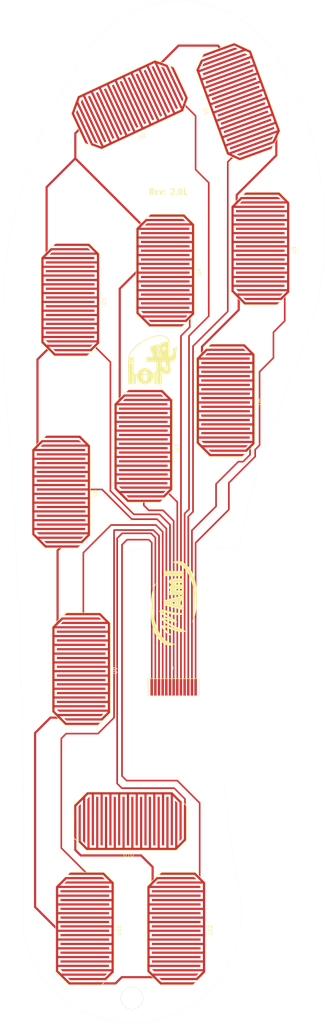
<source format=kicad_pcb>
(kicad_pcb (version 4) (host pcbnew 4.0.6)

  (general
    (links 384)
    (no_connects 348)
    (area 22.399999 21.631479 111.720217 302.262173)
    (thickness 1.6)
    (drawings 6)
    (tracks 121)
    (zones 0)
    (modules 20)
    (nets 14)
  )

  (page User 210.007 319.989)
  (title_block
    (title "Insole with 15x30mm FSR and 0,6mm track/space ")
    (date 2018-04-28)
    (rev 2.0L)
    (company MAmIoT)
    (comment 1 "Dobrescu Cosmin Constantin")
  )

  (layers
    (0 F.Cu signal)
    (31 B.Cu signal)
    (32 B.Adhes user)
    (33 F.Adhes user)
    (34 B.Paste user)
    (35 F.Paste user)
    (36 B.SilkS user)
    (37 F.SilkS user)
    (38 B.Mask user)
    (39 F.Mask user)
    (40 Dwgs.User user)
    (41 Cmts.User user)
    (42 Eco1.User user)
    (43 Eco2.User user)
    (44 Edge.Cuts user)
    (45 Margin user)
    (46 B.CrtYd user)
    (47 F.CrtYd user)
    (48 B.Fab user)
    (49 F.Fab user)
  )

  (setup
    (last_trace_width 0.45)
    (trace_clearance 0.4)
    (zone_clearance 0.508)
    (zone_45_only no)
    (trace_min 0.2)
    (segment_width 0.2)
    (edge_width 0.15)
    (via_size 0.6)
    (via_drill 0.4)
    (via_min_size 0.4)
    (via_min_drill 0.3)
    (uvia_size 0.3)
    (uvia_drill 0.1)
    (uvias_allowed no)
    (uvia_min_size 0.2)
    (uvia_min_drill 0.1)
    (pcb_text_width 0.3)
    (pcb_text_size 1.5 1.5)
    (mod_edge_width 0.15)
    (mod_text_size 1 1)
    (mod_text_width 0.15)
    (pad_size 1.524 1.524)
    (pad_drill 0.762)
    (pad_to_mask_clearance 0.4)
    (aux_axis_origin 0 0)
    (visible_elements 7FFFFFFF)
    (pcbplotparams
      (layerselection 0x010f0_80000001)
      (usegerberextensions false)
      (excludeedgelayer true)
      (linewidth 0.100000)
      (plotframeref false)
      (viasonmask false)
      (mode 1)
      (useauxorigin false)
      (hpglpennumber 1)
      (hpglpenspeed 20)
      (hpglpendiameter 15)
      (hpglpenoverlay 2)
      (psnegative false)
      (psa4output false)
      (plotreference true)
      (plotvalue true)
      (plotinvisibletext false)
      (padsonsilk false)
      (subtractmaskfromsilk false)
      (outputformat 1)
      (mirror false)
      (drillshape 0)
      (scaleselection 1)
      (outputdirectory Fabricacion_V1/))
  )

  (net 0 "")
  (net 1 "Net-(J1-Pad13)")
  (net 2 "Net-(J1-Pad1)")
  (net 3 "Net-(J1-Pad2)")
  (net 4 "Net-(J1-Pad3)")
  (net 5 "Net-(J1-Pad4)")
  (net 6 "Net-(J1-Pad5)")
  (net 7 "Net-(J1-Pad6)")
  (net 8 "Net-(J1-Pad7)")
  (net 9 "Net-(J1-Pad8)")
  (net 10 "Net-(J1-Pad9)")
  (net 11 "Net-(J1-Pad10)")
  (net 12 "Net-(J1-Pad11)")
  (net 13 "Net-(J1-Pad12)")

  (net_class Default "Esta es la clase de red por defecto."
    (clearance 0.4)
    (trace_width 0.45)
    (via_dia 0.6)
    (via_drill 0.4)
    (uvia_dia 0.3)
    (uvia_drill 0.1)
    (add_net "Net-(J1-Pad1)")
    (add_net "Net-(J1-Pad10)")
    (add_net "Net-(J1-Pad11)")
    (add_net "Net-(J1-Pad12)")
    (add_net "Net-(J1-Pad13)")
    (add_net "Net-(J1-Pad2)")
    (add_net "Net-(J1-Pad3)")
    (add_net "Net-(J1-Pad4)")
    (add_net "Net-(J1-Pad5)")
    (add_net "Net-(J1-Pad6)")
    (add_net "Net-(J1-Pad7)")
    (add_net "Net-(J1-Pad8)")
    (add_net "Net-(J1-Pad9)")
  )

  (module fsr_footprints:FSR15x30mm (layer F.Cu) (tedit 5AE39D5F) (tstamp 5AE3AA9A)
    (at 93.5 46.5 290)
    (descr "footprint for Fsr 15x30mm")
    (path /5AE399A3)
    (fp_text reference U1 (at 0.55 15.93 470) (layer F.SilkS)
      (effects (font (size 1 1) (thickness 0.15)))
    )
    (fp_text value FSR (at 0.8 -2.6 290) (layer F.Fab)
      (effects (font (size 1 1) (thickness 0.15)))
    )
    (fp_line (start 12.6 -1.4) (end 15.2 1.2) (layer F.SilkS) (width 0.15))
    (fp_line (start 15.2 1.2) (end 16.4 2.4) (layer F.SilkS) (width 0.15))
    (fp_line (start 16.4 2.4) (end 16.4 3.7) (layer F.SilkS) (width 0.15))
    (fp_line (start 16.4 3.7) (end 16.4 11.9) (layer F.SilkS) (width 0.15))
    (fp_line (start -14.4 11.2) (end -11 14.6) (layer F.SilkS) (width 0.15))
    (fp_line (start -11 14.6) (end 13.7 14.6) (layer F.SilkS) (width 0.15))
    (fp_line (start 13.7 14.6) (end 16.4 11.9) (layer F.SilkS) (width 0.15))
    (fp_line (start 12.6 -1.4) (end -10.8 -1.4) (layer F.SilkS) (width 0.15))
    (fp_line (start -10.8 -1.4) (end -14.4 2.2) (layer F.SilkS) (width 0.15))
    (fp_line (start -14.4 2.2) (end -14.4 11.2) (layer F.SilkS) (width 0.15))
    (pad 2 smd trapezoid (at 16 7.2 290) (size 0.6 9.8) (rect_delta 0.6 0 ) (layers F.Cu F.Paste F.Mask)
      (net 12 "Net-(J1-Pad11)"))
    (pad 2 smd trapezoid (at 13.6 7.7 290) (size 0.6 12.8) (rect_delta 0.6 0 ) (layers F.Cu F.Paste F.Mask)
      (net 12 "Net-(J1-Pad11)"))
    (pad 2 smd rect (at 11.2 7.2 290) (size 0.6 14.5) (layers F.Cu F.Paste F.Mask)
      (net 12 "Net-(J1-Pad11)"))
    (pad 2 smd trapezoid (at -10.4 7.225 110) (size 0.6 13.95) (rect_delta 0.6 0 ) (layers F.Cu F.Paste F.Mask)
      (net 12 "Net-(J1-Pad11)"))
    (pad 2 smd rect (at 1.6 7.2 290) (size 0.6 14.5) (layers F.Cu F.Paste F.Mask)
      (net 12 "Net-(J1-Pad11)"))
    (pad 2 smd rect (at 4 7.2 290) (size 0.6 14.5) (layers F.Cu F.Paste F.Mask)
      (net 12 "Net-(J1-Pad11)"))
    (pad 2 smd rect (at 8.8 7.2 290) (size 0.6 14.5) (layers F.Cu F.Paste F.Mask)
      (net 12 "Net-(J1-Pad11)"))
    (pad 2 smd rect (at 6.4 7.2 290) (size 0.6 14.5) (layers F.Cu F.Paste F.Mask)
      (net 12 "Net-(J1-Pad11)"))
    (pad 2 smd rect (at -3.2 7.2 290) (size 0.6 14.5) (layers F.Cu F.Paste F.Mask)
      (net 12 "Net-(J1-Pad11)"))
    (pad 2 smd rect (at -0.8 7.2 290) (size 0.6 14.5) (layers F.Cu F.Paste F.Mask)
      (net 12 "Net-(J1-Pad11)"))
    (pad 2 smd rect (at -5.6 7.2 290) (size 0.6 14.5) (layers F.Cu F.Paste F.Mask)
      (net 12 "Net-(J1-Pad11)"))
    (pad 2 smd rect (at -8 7.2 290) (size 0.6 14.5) (layers F.Cu F.Paste F.Mask)
      (net 12 "Net-(J1-Pad11)"))
    (pad 2 smd rect (at 14.66 13.015 65) (size 0.6 3.6) (layers F.Cu F.Paste F.Mask)
      (net 12 "Net-(J1-Pad11)"))
    (pad 2 smd rect (at 1.325 14.2 110) (size 24.55 0.6) (layers F.Cu F.Paste F.Mask)
      (net 12 "Net-(J1-Pad11)"))
    (pad 2 smd rect (at -11.738 13.2879 155) (size 0.6 2.829) (layers F.Cu F.Paste F.Mask)
      (net 12 "Net-(J1-Pad11)"))
    (pad 2 smd trapezoid (at -12.8 7.45 110) (size 0.6 10.4) (rect_delta 0.6 0 ) (layers F.Cu F.Paste F.Mask)
      (net 12 "Net-(J1-Pad11)"))
    (pad 1 smd rect (at 12.4 6.2 290) (size 0.6 14) (layers F.Cu F.Paste F.Mask)
      (net 8 "Net-(J1-Pad7)"))
    (pad 1 smd rect (at 5.2 6 290) (size 0.6 14.5) (layers F.Cu F.Paste F.Mask)
      (net 8 "Net-(J1-Pad7)"))
    (pad 1 smd rect (at 7.6 6 290) (size 0.6 14.5) (layers F.Cu F.Paste F.Mask)
      (net 8 "Net-(J1-Pad7)"))
    (pad 1 smd rect (at 10 6 290) (size 0.6 14.5) (layers F.Cu F.Paste F.Mask)
      (net 8 "Net-(J1-Pad7)"))
    (pad 1 smd rect (at 2.8 6 290) (size 0.6 14.5) (layers F.Cu F.Paste F.Mask)
      (net 8 "Net-(J1-Pad7)"))
    (pad 1 smd rect (at 0.4 6 290) (size 0.6 14.5) (layers F.Cu F.Paste F.Mask)
      (net 8 "Net-(J1-Pad7)"))
    (pad 1 smd rect (at -2 6 290) (size 0.6 14.5) (layers F.Cu F.Paste F.Mask)
      (net 8 "Net-(J1-Pad7)"))
    (pad 1 smd rect (at -4.4 6 290) (size 0.6 14.5) (layers F.Cu F.Paste F.Mask)
      (net 8 "Net-(J1-Pad7)"))
    (pad 1 smd rect (at -6.8 6 290) (size 0.6 14.5) (layers F.Cu F.Paste F.Mask)
      (net 8 "Net-(J1-Pad7)"))
    (pad 1 smd rect (at -9.2 6.2 110) (size 0.6 14) (layers F.Cu F.Paste F.Mask)
      (net 8 "Net-(J1-Pad7)"))
    (pad 1 smd trapezoid (at -11.6 6.4 110) (size 0.6 12) (rect_delta 0.6 0 ) (layers F.Cu F.Paste F.Mask)
      (net 8 "Net-(J1-Pad7)"))
    (pad 1 smd trapezoid (at 14.8 6.4 290) (size 0.6 10.75) (rect_delta 0.6 0 ) (layers F.Cu F.Paste F.Mask)
      (net 8 "Net-(J1-Pad7)"))
    (pad 1 smd rect (at 13.5 0.15 335) (size 0.6 3.4) (layers F.Cu F.Paste F.Mask)
      (net 8 "Net-(J1-Pad7)"))
    (pad 1 smd rect (at 0.875 -0.975 290) (size 23.25 0.6) (layers F.Cu F.Paste F.Mask)
      (net 8 "Net-(J1-Pad7)"))
    (pad 1 smd trapezoid (at -14 6.73 110) (size 0.6 9.5) (rect_delta 0.6 0 ) (layers F.Cu F.Paste F.Mask)
      (net 8 "Net-(J1-Pad7)"))
    (pad 1 smd rect (at -12.3 0.7 245) (size 0.6 5) (layers F.Cu F.Paste F.Mask)
      (net 8 "Net-(J1-Pad7)"))
  )

  (module female_fpc_conn_1mm:Conn_FPC_1mm (layer F.Cu) (tedit 5AE3A253) (tstamp 5AE3AA6C)
    (at 69.9 211)
    (descr "female for fpc connector with 1mm pitch")
    (path /5AE39ADE)
    (fp_text reference J1 (at 0.15 -6.15) (layer F.SilkS)
      (effects (font (size 1 1) (thickness 0.15)))
    )
    (fp_text value CONN_01X13 (at 0 -4.85) (layer F.Fab)
      (effects (font (size 1 1) (thickness 0.15)))
    )
    (fp_line (start 7 1) (end 7 1.35) (layer F.SilkS) (width 0.15))
    (fp_line (start 7 1.35) (end 6 1.35) (layer F.SilkS) (width 0.15))
    (fp_line (start 6 -3.35) (end 7 -3.35) (layer F.SilkS) (width 0.15))
    (fp_line (start 7 -3.35) (end 7 -3) (layer F.SilkS) (width 0.15))
    (fp_line (start 7 -3) (end 7 1) (layer F.SilkS) (width 0.15))
    (fp_line (start -7 1) (end -7 1.35) (layer F.SilkS) (width 0.15))
    (fp_line (start -7 1.35) (end -6.2 1.35) (layer F.SilkS) (width 0.15))
    (fp_line (start -6.2 1.35) (end 6 1.35) (layer F.SilkS) (width 0.15))
    (fp_line (start -7 -3) (end -7 -3.35) (layer F.SilkS) (width 0.15))
    (fp_line (start -7 -3.35) (end 6 -3.35) (layer F.SilkS) (width 0.15))
    (fp_line (start -7 -3) (end -7 1) (layer F.SilkS) (width 0.15))
    (pad 13 smd rect (at 6 -1) (size 0.7 4.5) (layers F.Cu F.Paste F.Mask)
      (net 1 "Net-(J1-Pad13)"))
    (pad 1 smd rect (at -6 -1) (size 0.7 4.5) (layers F.Cu F.Paste F.Mask)
      (net 2 "Net-(J1-Pad1)"))
    (pad 2 smd rect (at -5 -1) (size 0.7 4.5) (layers F.Cu F.Paste F.Mask)
      (net 3 "Net-(J1-Pad2)"))
    (pad 3 smd rect (at -4 -1) (size 0.7 4.5) (layers F.Cu F.Paste F.Mask)
      (net 4 "Net-(J1-Pad3)"))
    (pad 4 smd rect (at -3 -1) (size 0.7 4.5) (layers F.Cu F.Paste F.Mask)
      (net 5 "Net-(J1-Pad4)"))
    (pad 5 smd rect (at -2 -1) (size 0.7 4.5) (layers F.Cu F.Paste F.Mask)
      (net 6 "Net-(J1-Pad5)"))
    (pad 6 smd rect (at -1 -1) (size 0.7 4.5) (layers F.Cu F.Paste F.Mask)
      (net 7 "Net-(J1-Pad6)"))
    (pad 7 smd rect (at 0 -1) (size 0.7 4.5) (layers F.Cu F.Paste F.Mask)
      (net 8 "Net-(J1-Pad7)"))
    (pad 8 smd rect (at 1 -1) (size 0.7 4.5) (layers F.Cu F.Paste F.Mask)
      (net 9 "Net-(J1-Pad8)"))
    (pad 9 smd rect (at 2 -1) (size 0.7 4.5) (layers F.Cu F.Paste F.Mask)
      (net 10 "Net-(J1-Pad9)"))
    (pad 10 smd rect (at 3 -1) (size 0.7 4.5) (layers F.Cu F.Paste F.Mask)
      (net 11 "Net-(J1-Pad10)"))
    (pad 11 smd rect (at 4 -1) (size 0.7 4.5) (layers F.Cu F.Paste F.Mask)
      (net 12 "Net-(J1-Pad11)"))
    (pad 12 smd rect (at 5 -1) (size 0.7 4.5) (layers F.Cu F.Paste F.Mask)
      (net 13 "Net-(J1-Pad12)"))
  )

  (module fsr_footprints:FSR15x30mm (layer F.Cu) (tedit 5AE39D5F) (tstamp 5AE3AAC8)
    (at 54 45 25)
    (descr "footprint for Fsr 15x30mm")
    (path /5AE39966)
    (fp_text reference U2 (at 0.55 15.93 205) (layer F.SilkS)
      (effects (font (size 1 1) (thickness 0.15)))
    )
    (fp_text value FSR (at 0.8 -2.6 25) (layer F.Fab)
      (effects (font (size 1 1) (thickness 0.15)))
    )
    (fp_line (start 12.6 -1.4) (end 15.2 1.2) (layer F.SilkS) (width 0.15))
    (fp_line (start 15.2 1.2) (end 16.4 2.4) (layer F.SilkS) (width 0.15))
    (fp_line (start 16.4 2.4) (end 16.4 3.7) (layer F.SilkS) (width 0.15))
    (fp_line (start 16.4 3.7) (end 16.4 11.9) (layer F.SilkS) (width 0.15))
    (fp_line (start -14.4 11.2) (end -11 14.6) (layer F.SilkS) (width 0.15))
    (fp_line (start -11 14.6) (end 13.7 14.6) (layer F.SilkS) (width 0.15))
    (fp_line (start 13.7 14.6) (end 16.4 11.9) (layer F.SilkS) (width 0.15))
    (fp_line (start 12.6 -1.4) (end -10.8 -1.4) (layer F.SilkS) (width 0.15))
    (fp_line (start -10.8 -1.4) (end -14.4 2.2) (layer F.SilkS) (width 0.15))
    (fp_line (start -14.4 2.2) (end -14.4 11.2) (layer F.SilkS) (width 0.15))
    (pad 2 smd trapezoid (at 16 7.2 25) (size 0.6 9.8) (rect_delta 0.6 0 ) (layers F.Cu F.Paste F.Mask)
      (net 11 "Net-(J1-Pad10)"))
    (pad 2 smd trapezoid (at 13.6 7.7 25) (size 0.6 12.8) (rect_delta 0.6 0 ) (layers F.Cu F.Paste F.Mask)
      (net 11 "Net-(J1-Pad10)"))
    (pad 2 smd rect (at 11.2 7.2 25) (size 0.6 14.5) (layers F.Cu F.Paste F.Mask)
      (net 11 "Net-(J1-Pad10)"))
    (pad 2 smd trapezoid (at -10.4 7.225 205) (size 0.6 13.95) (rect_delta 0.6 0 ) (layers F.Cu F.Paste F.Mask)
      (net 11 "Net-(J1-Pad10)"))
    (pad 2 smd rect (at 1.6 7.2 25) (size 0.6 14.5) (layers F.Cu F.Paste F.Mask)
      (net 11 "Net-(J1-Pad10)"))
    (pad 2 smd rect (at 4 7.2 25) (size 0.6 14.5) (layers F.Cu F.Paste F.Mask)
      (net 11 "Net-(J1-Pad10)"))
    (pad 2 smd rect (at 8.8 7.2 25) (size 0.6 14.5) (layers F.Cu F.Paste F.Mask)
      (net 11 "Net-(J1-Pad10)"))
    (pad 2 smd rect (at 6.4 7.2 25) (size 0.6 14.5) (layers F.Cu F.Paste F.Mask)
      (net 11 "Net-(J1-Pad10)"))
    (pad 2 smd rect (at -3.2 7.2 25) (size 0.6 14.5) (layers F.Cu F.Paste F.Mask)
      (net 11 "Net-(J1-Pad10)"))
    (pad 2 smd rect (at -0.8 7.2 25) (size 0.6 14.5) (layers F.Cu F.Paste F.Mask)
      (net 11 "Net-(J1-Pad10)"))
    (pad 2 smd rect (at -5.6 7.2 25) (size 0.6 14.5) (layers F.Cu F.Paste F.Mask)
      (net 11 "Net-(J1-Pad10)"))
    (pad 2 smd rect (at -8 7.2 25) (size 0.6 14.5) (layers F.Cu F.Paste F.Mask)
      (net 11 "Net-(J1-Pad10)"))
    (pad 2 smd rect (at 14.66 13.015 160) (size 0.6 3.6) (layers F.Cu F.Paste F.Mask)
      (net 11 "Net-(J1-Pad10)"))
    (pad 2 smd rect (at 1.325 14.2 205) (size 24.55 0.6) (layers F.Cu F.Paste F.Mask)
      (net 11 "Net-(J1-Pad10)"))
    (pad 2 smd rect (at -11.738 13.2879 250) (size 0.6 2.829) (layers F.Cu F.Paste F.Mask)
      (net 11 "Net-(J1-Pad10)"))
    (pad 2 smd trapezoid (at -12.8 7.45 205) (size 0.6 10.4) (rect_delta 0.6 0 ) (layers F.Cu F.Paste F.Mask)
      (net 11 "Net-(J1-Pad10)"))
    (pad 1 smd rect (at 12.4 6.2 25) (size 0.6 14) (layers F.Cu F.Paste F.Mask)
      (net 8 "Net-(J1-Pad7)"))
    (pad 1 smd rect (at 5.2 6 25) (size 0.6 14.5) (layers F.Cu F.Paste F.Mask)
      (net 8 "Net-(J1-Pad7)"))
    (pad 1 smd rect (at 7.6 6 25) (size 0.6 14.5) (layers F.Cu F.Paste F.Mask)
      (net 8 "Net-(J1-Pad7)"))
    (pad 1 smd rect (at 10 6 25) (size 0.6 14.5) (layers F.Cu F.Paste F.Mask)
      (net 8 "Net-(J1-Pad7)"))
    (pad 1 smd rect (at 2.8 6 25) (size 0.6 14.5) (layers F.Cu F.Paste F.Mask)
      (net 8 "Net-(J1-Pad7)"))
    (pad 1 smd rect (at 0.4 6 25) (size 0.6 14.5) (layers F.Cu F.Paste F.Mask)
      (net 8 "Net-(J1-Pad7)"))
    (pad 1 smd rect (at -2 6 25) (size 0.6 14.5) (layers F.Cu F.Paste F.Mask)
      (net 8 "Net-(J1-Pad7)"))
    (pad 1 smd rect (at -4.4 6 25) (size 0.6 14.5) (layers F.Cu F.Paste F.Mask)
      (net 8 "Net-(J1-Pad7)"))
    (pad 1 smd rect (at -6.8 6 25) (size 0.6 14.5) (layers F.Cu F.Paste F.Mask)
      (net 8 "Net-(J1-Pad7)"))
    (pad 1 smd rect (at -9.2 6.2 205) (size 0.6 14) (layers F.Cu F.Paste F.Mask)
      (net 8 "Net-(J1-Pad7)"))
    (pad 1 smd trapezoid (at -11.6 6.4 205) (size 0.6 12) (rect_delta 0.6 0 ) (layers F.Cu F.Paste F.Mask)
      (net 8 "Net-(J1-Pad7)"))
    (pad 1 smd trapezoid (at 14.8 6.4 25) (size 0.6 10.75) (rect_delta 0.6 0 ) (layers F.Cu F.Paste F.Mask)
      (net 8 "Net-(J1-Pad7)"))
    (pad 1 smd rect (at 13.5 0.15 70) (size 0.6 3.4) (layers F.Cu F.Paste F.Mask)
      (net 8 "Net-(J1-Pad7)"))
    (pad 1 smd rect (at 0.875 -0.975 25) (size 23.25 0.6) (layers F.Cu F.Paste F.Mask)
      (net 8 "Net-(J1-Pad7)"))
    (pad 1 smd trapezoid (at -14 6.73 205) (size 0.6 9.5) (rect_delta 0.6 0 ) (layers F.Cu F.Paste F.Mask)
      (net 8 "Net-(J1-Pad7)"))
    (pad 1 smd rect (at -12.3 0.7 340) (size 0.6 5) (layers F.Cu F.Paste F.Mask)
      (net 8 "Net-(J1-Pad7)"))
  )

  (module fsr_footprints:FSR15x30mm (layer F.Cu) (tedit 5AE39D5F) (tstamp 5AE3AAF6)
    (at 87 91 90)
    (descr "footprint for Fsr 15x30mm")
    (path /5AE39930)
    (fp_text reference U3 (at 0.55 15.93 270) (layer F.SilkS)
      (effects (font (size 1 1) (thickness 0.15)))
    )
    (fp_text value FSR (at 0.8 -2.6 90) (layer F.Fab)
      (effects (font (size 1 1) (thickness 0.15)))
    )
    (fp_line (start 12.6 -1.4) (end 15.2 1.2) (layer F.SilkS) (width 0.15))
    (fp_line (start 15.2 1.2) (end 16.4 2.4) (layer F.SilkS) (width 0.15))
    (fp_line (start 16.4 2.4) (end 16.4 3.7) (layer F.SilkS) (width 0.15))
    (fp_line (start 16.4 3.7) (end 16.4 11.9) (layer F.SilkS) (width 0.15))
    (fp_line (start -14.4 11.2) (end -11 14.6) (layer F.SilkS) (width 0.15))
    (fp_line (start -11 14.6) (end 13.7 14.6) (layer F.SilkS) (width 0.15))
    (fp_line (start 13.7 14.6) (end 16.4 11.9) (layer F.SilkS) (width 0.15))
    (fp_line (start 12.6 -1.4) (end -10.8 -1.4) (layer F.SilkS) (width 0.15))
    (fp_line (start -10.8 -1.4) (end -14.4 2.2) (layer F.SilkS) (width 0.15))
    (fp_line (start -14.4 2.2) (end -14.4 11.2) (layer F.SilkS) (width 0.15))
    (pad 2 smd trapezoid (at 16 7.2 90) (size 0.6 9.8) (rect_delta 0.6 0 ) (layers F.Cu F.Paste F.Mask)
      (net 1 "Net-(J1-Pad13)"))
    (pad 2 smd trapezoid (at 13.6 7.7 90) (size 0.6 12.8) (rect_delta 0.6 0 ) (layers F.Cu F.Paste F.Mask)
      (net 1 "Net-(J1-Pad13)"))
    (pad 2 smd rect (at 11.2 7.2 90) (size 0.6 14.5) (layers F.Cu F.Paste F.Mask)
      (net 1 "Net-(J1-Pad13)"))
    (pad 2 smd trapezoid (at -10.4 7.225 270) (size 0.6 13.95) (rect_delta 0.6 0 ) (layers F.Cu F.Paste F.Mask)
      (net 1 "Net-(J1-Pad13)"))
    (pad 2 smd rect (at 1.6 7.2 90) (size 0.6 14.5) (layers F.Cu F.Paste F.Mask)
      (net 1 "Net-(J1-Pad13)"))
    (pad 2 smd rect (at 4 7.2 90) (size 0.6 14.5) (layers F.Cu F.Paste F.Mask)
      (net 1 "Net-(J1-Pad13)"))
    (pad 2 smd rect (at 8.8 7.2 90) (size 0.6 14.5) (layers F.Cu F.Paste F.Mask)
      (net 1 "Net-(J1-Pad13)"))
    (pad 2 smd rect (at 6.4 7.2 90) (size 0.6 14.5) (layers F.Cu F.Paste F.Mask)
      (net 1 "Net-(J1-Pad13)"))
    (pad 2 smd rect (at -3.2 7.2 90) (size 0.6 14.5) (layers F.Cu F.Paste F.Mask)
      (net 1 "Net-(J1-Pad13)"))
    (pad 2 smd rect (at -0.8 7.2 90) (size 0.6 14.5) (layers F.Cu F.Paste F.Mask)
      (net 1 "Net-(J1-Pad13)"))
    (pad 2 smd rect (at -5.6 7.2 90) (size 0.6 14.5) (layers F.Cu F.Paste F.Mask)
      (net 1 "Net-(J1-Pad13)"))
    (pad 2 smd rect (at -8 7.2 90) (size 0.6 14.5) (layers F.Cu F.Paste F.Mask)
      (net 1 "Net-(J1-Pad13)"))
    (pad 2 smd rect (at 14.66 13.015 225) (size 0.6 3.6) (layers F.Cu F.Paste F.Mask)
      (net 1 "Net-(J1-Pad13)"))
    (pad 2 smd rect (at 1.325 14.2 270) (size 24.55 0.6) (layers F.Cu F.Paste F.Mask)
      (net 1 "Net-(J1-Pad13)"))
    (pad 2 smd rect (at -11.738 13.2879 315) (size 0.6 2.829) (layers F.Cu F.Paste F.Mask)
      (net 1 "Net-(J1-Pad13)"))
    (pad 2 smd trapezoid (at -12.8 7.45 270) (size 0.6 10.4) (rect_delta 0.6 0 ) (layers F.Cu F.Paste F.Mask)
      (net 1 "Net-(J1-Pad13)"))
    (pad 1 smd rect (at 12.4 6.2 90) (size 0.6 14) (layers F.Cu F.Paste F.Mask)
      (net 8 "Net-(J1-Pad7)"))
    (pad 1 smd rect (at 5.2 6 90) (size 0.6 14.5) (layers F.Cu F.Paste F.Mask)
      (net 8 "Net-(J1-Pad7)"))
    (pad 1 smd rect (at 7.6 6 90) (size 0.6 14.5) (layers F.Cu F.Paste F.Mask)
      (net 8 "Net-(J1-Pad7)"))
    (pad 1 smd rect (at 10 6 90) (size 0.6 14.5) (layers F.Cu F.Paste F.Mask)
      (net 8 "Net-(J1-Pad7)"))
    (pad 1 smd rect (at 2.8 6 90) (size 0.6 14.5) (layers F.Cu F.Paste F.Mask)
      (net 8 "Net-(J1-Pad7)"))
    (pad 1 smd rect (at 0.4 6 90) (size 0.6 14.5) (layers F.Cu F.Paste F.Mask)
      (net 8 "Net-(J1-Pad7)"))
    (pad 1 smd rect (at -2 6 90) (size 0.6 14.5) (layers F.Cu F.Paste F.Mask)
      (net 8 "Net-(J1-Pad7)"))
    (pad 1 smd rect (at -4.4 6 90) (size 0.6 14.5) (layers F.Cu F.Paste F.Mask)
      (net 8 "Net-(J1-Pad7)"))
    (pad 1 smd rect (at -6.8 6 90) (size 0.6 14.5) (layers F.Cu F.Paste F.Mask)
      (net 8 "Net-(J1-Pad7)"))
    (pad 1 smd rect (at -9.2 6.2 270) (size 0.6 14) (layers F.Cu F.Paste F.Mask)
      (net 8 "Net-(J1-Pad7)"))
    (pad 1 smd trapezoid (at -11.6 6.4 270) (size 0.6 12) (rect_delta 0.6 0 ) (layers F.Cu F.Paste F.Mask)
      (net 8 "Net-(J1-Pad7)"))
    (pad 1 smd trapezoid (at 14.8 6.4 90) (size 0.6 10.75) (rect_delta 0.6 0 ) (layers F.Cu F.Paste F.Mask)
      (net 8 "Net-(J1-Pad7)"))
    (pad 1 smd rect (at 13.5 0.15 135) (size 0.6 3.4) (layers F.Cu F.Paste F.Mask)
      (net 8 "Net-(J1-Pad7)"))
    (pad 1 smd rect (at 0.875 -0.975 90) (size 23.25 0.6) (layers F.Cu F.Paste F.Mask)
      (net 8 "Net-(J1-Pad7)"))
    (pad 1 smd trapezoid (at -14 6.73 270) (size 0.6 9.5) (rect_delta 0.6 0 ) (layers F.Cu F.Paste F.Mask)
      (net 8 "Net-(J1-Pad7)"))
    (pad 1 smd rect (at -12.3 0.7 45) (size 0.6 5) (layers F.Cu F.Paste F.Mask)
      (net 8 "Net-(J1-Pad7)"))
  )

  (module fsr_footprints:FSR15x30mm (layer F.Cu) (tedit 5AE39D5F) (tstamp 5AE3AB24)
    (at 61 97 90)
    (descr "footprint for Fsr 15x30mm")
    (path /5AE39774)
    (fp_text reference U4 (at 0.55 15.93 270) (layer F.SilkS)
      (effects (font (size 1 1) (thickness 0.15)))
    )
    (fp_text value FSR (at 0.8 -2.6 90) (layer F.Fab)
      (effects (font (size 1 1) (thickness 0.15)))
    )
    (fp_line (start 12.6 -1.4) (end 15.2 1.2) (layer F.SilkS) (width 0.15))
    (fp_line (start 15.2 1.2) (end 16.4 2.4) (layer F.SilkS) (width 0.15))
    (fp_line (start 16.4 2.4) (end 16.4 3.7) (layer F.SilkS) (width 0.15))
    (fp_line (start 16.4 3.7) (end 16.4 11.9) (layer F.SilkS) (width 0.15))
    (fp_line (start -14.4 11.2) (end -11 14.6) (layer F.SilkS) (width 0.15))
    (fp_line (start -11 14.6) (end 13.7 14.6) (layer F.SilkS) (width 0.15))
    (fp_line (start 13.7 14.6) (end 16.4 11.9) (layer F.SilkS) (width 0.15))
    (fp_line (start 12.6 -1.4) (end -10.8 -1.4) (layer F.SilkS) (width 0.15))
    (fp_line (start -10.8 -1.4) (end -14.4 2.2) (layer F.SilkS) (width 0.15))
    (fp_line (start -14.4 2.2) (end -14.4 11.2) (layer F.SilkS) (width 0.15))
    (pad 2 smd trapezoid (at 16 7.2 90) (size 0.6 9.8) (rect_delta 0.6 0 ) (layers F.Cu F.Paste F.Mask)
      (net 10 "Net-(J1-Pad9)"))
    (pad 2 smd trapezoid (at 13.6 7.7 90) (size 0.6 12.8) (rect_delta 0.6 0 ) (layers F.Cu F.Paste F.Mask)
      (net 10 "Net-(J1-Pad9)"))
    (pad 2 smd rect (at 11.2 7.2 90) (size 0.6 14.5) (layers F.Cu F.Paste F.Mask)
      (net 10 "Net-(J1-Pad9)"))
    (pad 2 smd trapezoid (at -10.4 7.225 270) (size 0.6 13.95) (rect_delta 0.6 0 ) (layers F.Cu F.Paste F.Mask)
      (net 10 "Net-(J1-Pad9)"))
    (pad 2 smd rect (at 1.6 7.2 90) (size 0.6 14.5) (layers F.Cu F.Paste F.Mask)
      (net 10 "Net-(J1-Pad9)"))
    (pad 2 smd rect (at 4 7.2 90) (size 0.6 14.5) (layers F.Cu F.Paste F.Mask)
      (net 10 "Net-(J1-Pad9)"))
    (pad 2 smd rect (at 8.8 7.2 90) (size 0.6 14.5) (layers F.Cu F.Paste F.Mask)
      (net 10 "Net-(J1-Pad9)"))
    (pad 2 smd rect (at 6.4 7.2 90) (size 0.6 14.5) (layers F.Cu F.Paste F.Mask)
      (net 10 "Net-(J1-Pad9)"))
    (pad 2 smd rect (at -3.2 7.2 90) (size 0.6 14.5) (layers F.Cu F.Paste F.Mask)
      (net 10 "Net-(J1-Pad9)"))
    (pad 2 smd rect (at -0.8 7.2 90) (size 0.6 14.5) (layers F.Cu F.Paste F.Mask)
      (net 10 "Net-(J1-Pad9)"))
    (pad 2 smd rect (at -5.6 7.2 90) (size 0.6 14.5) (layers F.Cu F.Paste F.Mask)
      (net 10 "Net-(J1-Pad9)"))
    (pad 2 smd rect (at -8 7.2 90) (size 0.6 14.5) (layers F.Cu F.Paste F.Mask)
      (net 10 "Net-(J1-Pad9)"))
    (pad 2 smd rect (at 14.66 13.015 225) (size 0.6 3.6) (layers F.Cu F.Paste F.Mask)
      (net 10 "Net-(J1-Pad9)"))
    (pad 2 smd rect (at 1.325 14.2 270) (size 24.55 0.6) (layers F.Cu F.Paste F.Mask)
      (net 10 "Net-(J1-Pad9)"))
    (pad 2 smd rect (at -11.738 13.2879 315) (size 0.6 2.829) (layers F.Cu F.Paste F.Mask)
      (net 10 "Net-(J1-Pad9)"))
    (pad 2 smd trapezoid (at -12.8 7.45 270) (size 0.6 10.4) (rect_delta 0.6 0 ) (layers F.Cu F.Paste F.Mask)
      (net 10 "Net-(J1-Pad9)"))
    (pad 1 smd rect (at 12.4 6.2 90) (size 0.6 14) (layers F.Cu F.Paste F.Mask)
      (net 8 "Net-(J1-Pad7)"))
    (pad 1 smd rect (at 5.2 6 90) (size 0.6 14.5) (layers F.Cu F.Paste F.Mask)
      (net 8 "Net-(J1-Pad7)"))
    (pad 1 smd rect (at 7.6 6 90) (size 0.6 14.5) (layers F.Cu F.Paste F.Mask)
      (net 8 "Net-(J1-Pad7)"))
    (pad 1 smd rect (at 10 6 90) (size 0.6 14.5) (layers F.Cu F.Paste F.Mask)
      (net 8 "Net-(J1-Pad7)"))
    (pad 1 smd rect (at 2.8 6 90) (size 0.6 14.5) (layers F.Cu F.Paste F.Mask)
      (net 8 "Net-(J1-Pad7)"))
    (pad 1 smd rect (at 0.4 6 90) (size 0.6 14.5) (layers F.Cu F.Paste F.Mask)
      (net 8 "Net-(J1-Pad7)"))
    (pad 1 smd rect (at -2 6 90) (size 0.6 14.5) (layers F.Cu F.Paste F.Mask)
      (net 8 "Net-(J1-Pad7)"))
    (pad 1 smd rect (at -4.4 6 90) (size 0.6 14.5) (layers F.Cu F.Paste F.Mask)
      (net 8 "Net-(J1-Pad7)"))
    (pad 1 smd rect (at -6.8 6 90) (size 0.6 14.5) (layers F.Cu F.Paste F.Mask)
      (net 8 "Net-(J1-Pad7)"))
    (pad 1 smd rect (at -9.2 6.2 270) (size 0.6 14) (layers F.Cu F.Paste F.Mask)
      (net 8 "Net-(J1-Pad7)"))
    (pad 1 smd trapezoid (at -11.6 6.4 270) (size 0.6 12) (rect_delta 0.6 0 ) (layers F.Cu F.Paste F.Mask)
      (net 8 "Net-(J1-Pad7)"))
    (pad 1 smd trapezoid (at 14.8 6.4 90) (size 0.6 10.75) (rect_delta 0.6 0 ) (layers F.Cu F.Paste F.Mask)
      (net 8 "Net-(J1-Pad7)"))
    (pad 1 smd rect (at 13.5 0.15 135) (size 0.6 3.4) (layers F.Cu F.Paste F.Mask)
      (net 8 "Net-(J1-Pad7)"))
    (pad 1 smd rect (at 0.875 -0.975 90) (size 23.25 0.6) (layers F.Cu F.Paste F.Mask)
      (net 8 "Net-(J1-Pad7)"))
    (pad 1 smd trapezoid (at -14 6.73 270) (size 0.6 9.5) (rect_delta 0.6 0 ) (layers F.Cu F.Paste F.Mask)
      (net 8 "Net-(J1-Pad7)"))
    (pad 1 smd rect (at -12.3 0.7 45) (size 0.6 5) (layers F.Cu F.Paste F.Mask)
      (net 8 "Net-(J1-Pad7)"))
  )

  (module fsr_footprints:FSR15x30mm (layer F.Cu) (tedit 5AE39D5F) (tstamp 5AE3AB52)
    (at 35 105 90)
    (descr "footprint for Fsr 15x30mm")
    (path /5AE39742)
    (fp_text reference U5 (at 0.55 15.93 270) (layer F.SilkS)
      (effects (font (size 1 1) (thickness 0.15)))
    )
    (fp_text value FSR (at 0.8 -2.6 90) (layer F.Fab)
      (effects (font (size 1 1) (thickness 0.15)))
    )
    (fp_line (start 12.6 -1.4) (end 15.2 1.2) (layer F.SilkS) (width 0.15))
    (fp_line (start 15.2 1.2) (end 16.4 2.4) (layer F.SilkS) (width 0.15))
    (fp_line (start 16.4 2.4) (end 16.4 3.7) (layer F.SilkS) (width 0.15))
    (fp_line (start 16.4 3.7) (end 16.4 11.9) (layer F.SilkS) (width 0.15))
    (fp_line (start -14.4 11.2) (end -11 14.6) (layer F.SilkS) (width 0.15))
    (fp_line (start -11 14.6) (end 13.7 14.6) (layer F.SilkS) (width 0.15))
    (fp_line (start 13.7 14.6) (end 16.4 11.9) (layer F.SilkS) (width 0.15))
    (fp_line (start 12.6 -1.4) (end -10.8 -1.4) (layer F.SilkS) (width 0.15))
    (fp_line (start -10.8 -1.4) (end -14.4 2.2) (layer F.SilkS) (width 0.15))
    (fp_line (start -14.4 2.2) (end -14.4 11.2) (layer F.SilkS) (width 0.15))
    (pad 2 smd trapezoid (at 16 7.2 90) (size 0.6 9.8) (rect_delta 0.6 0 ) (layers F.Cu F.Paste F.Mask)
      (net 7 "Net-(J1-Pad6)"))
    (pad 2 smd trapezoid (at 13.6 7.7 90) (size 0.6 12.8) (rect_delta 0.6 0 ) (layers F.Cu F.Paste F.Mask)
      (net 7 "Net-(J1-Pad6)"))
    (pad 2 smd rect (at 11.2 7.2 90) (size 0.6 14.5) (layers F.Cu F.Paste F.Mask)
      (net 7 "Net-(J1-Pad6)"))
    (pad 2 smd trapezoid (at -10.4 7.225 270) (size 0.6 13.95) (rect_delta 0.6 0 ) (layers F.Cu F.Paste F.Mask)
      (net 7 "Net-(J1-Pad6)"))
    (pad 2 smd rect (at 1.6 7.2 90) (size 0.6 14.5) (layers F.Cu F.Paste F.Mask)
      (net 7 "Net-(J1-Pad6)"))
    (pad 2 smd rect (at 4 7.2 90) (size 0.6 14.5) (layers F.Cu F.Paste F.Mask)
      (net 7 "Net-(J1-Pad6)"))
    (pad 2 smd rect (at 8.8 7.2 90) (size 0.6 14.5) (layers F.Cu F.Paste F.Mask)
      (net 7 "Net-(J1-Pad6)"))
    (pad 2 smd rect (at 6.4 7.2 90) (size 0.6 14.5) (layers F.Cu F.Paste F.Mask)
      (net 7 "Net-(J1-Pad6)"))
    (pad 2 smd rect (at -3.2 7.2 90) (size 0.6 14.5) (layers F.Cu F.Paste F.Mask)
      (net 7 "Net-(J1-Pad6)"))
    (pad 2 smd rect (at -0.8 7.2 90) (size 0.6 14.5) (layers F.Cu F.Paste F.Mask)
      (net 7 "Net-(J1-Pad6)"))
    (pad 2 smd rect (at -5.6 7.2 90) (size 0.6 14.5) (layers F.Cu F.Paste F.Mask)
      (net 7 "Net-(J1-Pad6)"))
    (pad 2 smd rect (at -8 7.2 90) (size 0.6 14.5) (layers F.Cu F.Paste F.Mask)
      (net 7 "Net-(J1-Pad6)"))
    (pad 2 smd rect (at 14.66 13.015 225) (size 0.6 3.6) (layers F.Cu F.Paste F.Mask)
      (net 7 "Net-(J1-Pad6)"))
    (pad 2 smd rect (at 1.325 14.2 270) (size 24.55 0.6) (layers F.Cu F.Paste F.Mask)
      (net 7 "Net-(J1-Pad6)"))
    (pad 2 smd rect (at -11.738 13.2879 315) (size 0.6 2.829) (layers F.Cu F.Paste F.Mask)
      (net 7 "Net-(J1-Pad6)"))
    (pad 2 smd trapezoid (at -12.8 7.45 270) (size 0.6 10.4) (rect_delta 0.6 0 ) (layers F.Cu F.Paste F.Mask)
      (net 7 "Net-(J1-Pad6)"))
    (pad 1 smd rect (at 12.4 6.2 90) (size 0.6 14) (layers F.Cu F.Paste F.Mask)
      (net 8 "Net-(J1-Pad7)"))
    (pad 1 smd rect (at 5.2 6 90) (size 0.6 14.5) (layers F.Cu F.Paste F.Mask)
      (net 8 "Net-(J1-Pad7)"))
    (pad 1 smd rect (at 7.6 6 90) (size 0.6 14.5) (layers F.Cu F.Paste F.Mask)
      (net 8 "Net-(J1-Pad7)"))
    (pad 1 smd rect (at 10 6 90) (size 0.6 14.5) (layers F.Cu F.Paste F.Mask)
      (net 8 "Net-(J1-Pad7)"))
    (pad 1 smd rect (at 2.8 6 90) (size 0.6 14.5) (layers F.Cu F.Paste F.Mask)
      (net 8 "Net-(J1-Pad7)"))
    (pad 1 smd rect (at 0.4 6 90) (size 0.6 14.5) (layers F.Cu F.Paste F.Mask)
      (net 8 "Net-(J1-Pad7)"))
    (pad 1 smd rect (at -2 6 90) (size 0.6 14.5) (layers F.Cu F.Paste F.Mask)
      (net 8 "Net-(J1-Pad7)"))
    (pad 1 smd rect (at -4.4 6 90) (size 0.6 14.5) (layers F.Cu F.Paste F.Mask)
      (net 8 "Net-(J1-Pad7)"))
    (pad 1 smd rect (at -6.8 6 90) (size 0.6 14.5) (layers F.Cu F.Paste F.Mask)
      (net 8 "Net-(J1-Pad7)"))
    (pad 1 smd rect (at -9.2 6.2 270) (size 0.6 14) (layers F.Cu F.Paste F.Mask)
      (net 8 "Net-(J1-Pad7)"))
    (pad 1 smd trapezoid (at -11.6 6.4 270) (size 0.6 12) (rect_delta 0.6 0 ) (layers F.Cu F.Paste F.Mask)
      (net 8 "Net-(J1-Pad7)"))
    (pad 1 smd trapezoid (at 14.8 6.4 90) (size 0.6 10.75) (rect_delta 0.6 0 ) (layers F.Cu F.Paste F.Mask)
      (net 8 "Net-(J1-Pad7)"))
    (pad 1 smd rect (at 13.5 0.15 135) (size 0.6 3.4) (layers F.Cu F.Paste F.Mask)
      (net 8 "Net-(J1-Pad7)"))
    (pad 1 smd rect (at 0.875 -0.975 90) (size 23.25 0.6) (layers F.Cu F.Paste F.Mask)
      (net 8 "Net-(J1-Pad7)"))
    (pad 1 smd trapezoid (at -14 6.73 270) (size 0.6 9.5) (rect_delta 0.6 0 ) (layers F.Cu F.Paste F.Mask)
      (net 8 "Net-(J1-Pad7)"))
    (pad 1 smd rect (at -12.3 0.7 45) (size 0.6 5) (layers F.Cu F.Paste F.Mask)
      (net 8 "Net-(J1-Pad7)"))
  )

  (module fsr_footprints:FSR15x30mm (layer F.Cu) (tedit 5AE39D5F) (tstamp 5AE3AB80)
    (at 77.5 132.5 90)
    (descr "footprint for Fsr 15x30mm")
    (path /5AE3971A)
    (fp_text reference U6 (at 0.55 15.93 270) (layer F.SilkS)
      (effects (font (size 1 1) (thickness 0.15)))
    )
    (fp_text value FSR (at 0.8 -2.6 90) (layer F.Fab)
      (effects (font (size 1 1) (thickness 0.15)))
    )
    (fp_line (start 12.6 -1.4) (end 15.2 1.2) (layer F.SilkS) (width 0.15))
    (fp_line (start 15.2 1.2) (end 16.4 2.4) (layer F.SilkS) (width 0.15))
    (fp_line (start 16.4 2.4) (end 16.4 3.7) (layer F.SilkS) (width 0.15))
    (fp_line (start 16.4 3.7) (end 16.4 11.9) (layer F.SilkS) (width 0.15))
    (fp_line (start -14.4 11.2) (end -11 14.6) (layer F.SilkS) (width 0.15))
    (fp_line (start -11 14.6) (end 13.7 14.6) (layer F.SilkS) (width 0.15))
    (fp_line (start 13.7 14.6) (end 16.4 11.9) (layer F.SilkS) (width 0.15))
    (fp_line (start 12.6 -1.4) (end -10.8 -1.4) (layer F.SilkS) (width 0.15))
    (fp_line (start -10.8 -1.4) (end -14.4 2.2) (layer F.SilkS) (width 0.15))
    (fp_line (start -14.4 2.2) (end -14.4 11.2) (layer F.SilkS) (width 0.15))
    (pad 2 smd trapezoid (at 16 7.2 90) (size 0.6 9.8) (rect_delta 0.6 0 ) (layers F.Cu F.Paste F.Mask)
      (net 13 "Net-(J1-Pad12)"))
    (pad 2 smd trapezoid (at 13.6 7.7 90) (size 0.6 12.8) (rect_delta 0.6 0 ) (layers F.Cu F.Paste F.Mask)
      (net 13 "Net-(J1-Pad12)"))
    (pad 2 smd rect (at 11.2 7.2 90) (size 0.6 14.5) (layers F.Cu F.Paste F.Mask)
      (net 13 "Net-(J1-Pad12)"))
    (pad 2 smd trapezoid (at -10.4 7.225 270) (size 0.6 13.95) (rect_delta 0.6 0 ) (layers F.Cu F.Paste F.Mask)
      (net 13 "Net-(J1-Pad12)"))
    (pad 2 smd rect (at 1.6 7.2 90) (size 0.6 14.5) (layers F.Cu F.Paste F.Mask)
      (net 13 "Net-(J1-Pad12)"))
    (pad 2 smd rect (at 4 7.2 90) (size 0.6 14.5) (layers F.Cu F.Paste F.Mask)
      (net 13 "Net-(J1-Pad12)"))
    (pad 2 smd rect (at 8.8 7.2 90) (size 0.6 14.5) (layers F.Cu F.Paste F.Mask)
      (net 13 "Net-(J1-Pad12)"))
    (pad 2 smd rect (at 6.4 7.2 90) (size 0.6 14.5) (layers F.Cu F.Paste F.Mask)
      (net 13 "Net-(J1-Pad12)"))
    (pad 2 smd rect (at -3.2 7.2 90) (size 0.6 14.5) (layers F.Cu F.Paste F.Mask)
      (net 13 "Net-(J1-Pad12)"))
    (pad 2 smd rect (at -0.8 7.2 90) (size 0.6 14.5) (layers F.Cu F.Paste F.Mask)
      (net 13 "Net-(J1-Pad12)"))
    (pad 2 smd rect (at -5.6 7.2 90) (size 0.6 14.5) (layers F.Cu F.Paste F.Mask)
      (net 13 "Net-(J1-Pad12)"))
    (pad 2 smd rect (at -8 7.2 90) (size 0.6 14.5) (layers F.Cu F.Paste F.Mask)
      (net 13 "Net-(J1-Pad12)"))
    (pad 2 smd rect (at 14.66 13.015 225) (size 0.6 3.6) (layers F.Cu F.Paste F.Mask)
      (net 13 "Net-(J1-Pad12)"))
    (pad 2 smd rect (at 1.325 14.2 270) (size 24.55 0.6) (layers F.Cu F.Paste F.Mask)
      (net 13 "Net-(J1-Pad12)"))
    (pad 2 smd rect (at -11.738 13.2879 315) (size 0.6 2.829) (layers F.Cu F.Paste F.Mask)
      (net 13 "Net-(J1-Pad12)"))
    (pad 2 smd trapezoid (at -12.8 7.45 270) (size 0.6 10.4) (rect_delta 0.6 0 ) (layers F.Cu F.Paste F.Mask)
      (net 13 "Net-(J1-Pad12)"))
    (pad 1 smd rect (at 12.4 6.2 90) (size 0.6 14) (layers F.Cu F.Paste F.Mask)
      (net 8 "Net-(J1-Pad7)"))
    (pad 1 smd rect (at 5.2 6 90) (size 0.6 14.5) (layers F.Cu F.Paste F.Mask)
      (net 8 "Net-(J1-Pad7)"))
    (pad 1 smd rect (at 7.6 6 90) (size 0.6 14.5) (layers F.Cu F.Paste F.Mask)
      (net 8 "Net-(J1-Pad7)"))
    (pad 1 smd rect (at 10 6 90) (size 0.6 14.5) (layers F.Cu F.Paste F.Mask)
      (net 8 "Net-(J1-Pad7)"))
    (pad 1 smd rect (at 2.8 6 90) (size 0.6 14.5) (layers F.Cu F.Paste F.Mask)
      (net 8 "Net-(J1-Pad7)"))
    (pad 1 smd rect (at 0.4 6 90) (size 0.6 14.5) (layers F.Cu F.Paste F.Mask)
      (net 8 "Net-(J1-Pad7)"))
    (pad 1 smd rect (at -2 6 90) (size 0.6 14.5) (layers F.Cu F.Paste F.Mask)
      (net 8 "Net-(J1-Pad7)"))
    (pad 1 smd rect (at -4.4 6 90) (size 0.6 14.5) (layers F.Cu F.Paste F.Mask)
      (net 8 "Net-(J1-Pad7)"))
    (pad 1 smd rect (at -6.8 6 90) (size 0.6 14.5) (layers F.Cu F.Paste F.Mask)
      (net 8 "Net-(J1-Pad7)"))
    (pad 1 smd rect (at -9.2 6.2 270) (size 0.6 14) (layers F.Cu F.Paste F.Mask)
      (net 8 "Net-(J1-Pad7)"))
    (pad 1 smd trapezoid (at -11.6 6.4 270) (size 0.6 12) (rect_delta 0.6 0 ) (layers F.Cu F.Paste F.Mask)
      (net 8 "Net-(J1-Pad7)"))
    (pad 1 smd trapezoid (at 14.8 6.4 90) (size 0.6 10.75) (rect_delta 0.6 0 ) (layers F.Cu F.Paste F.Mask)
      (net 8 "Net-(J1-Pad7)"))
    (pad 1 smd rect (at 13.5 0.15 135) (size 0.6 3.4) (layers F.Cu F.Paste F.Mask)
      (net 8 "Net-(J1-Pad7)"))
    (pad 1 smd rect (at 0.875 -0.975 90) (size 23.25 0.6) (layers F.Cu F.Paste F.Mask)
      (net 8 "Net-(J1-Pad7)"))
    (pad 1 smd trapezoid (at -14 6.73 270) (size 0.6 9.5) (rect_delta 0.6 0 ) (layers F.Cu F.Paste F.Mask)
      (net 8 "Net-(J1-Pad7)"))
    (pad 1 smd rect (at -12.3 0.7 45) (size 0.6 5) (layers F.Cu F.Paste F.Mask)
      (net 8 "Net-(J1-Pad7)"))
  )

  (module fsr_footprints:FSR15x30mm (layer F.Cu) (tedit 5AE39D5F) (tstamp 5AE3ABAE)
    (at 55 145 90)
    (descr "footprint for Fsr 15x30mm")
    (path /5AE396CF)
    (fp_text reference U7 (at 0.55 15.93 270) (layer F.SilkS)
      (effects (font (size 1 1) (thickness 0.15)))
    )
    (fp_text value FSR (at 0.8 -2.6 90) (layer F.Fab)
      (effects (font (size 1 1) (thickness 0.15)))
    )
    (fp_line (start 12.6 -1.4) (end 15.2 1.2) (layer F.SilkS) (width 0.15))
    (fp_line (start 15.2 1.2) (end 16.4 2.4) (layer F.SilkS) (width 0.15))
    (fp_line (start 16.4 2.4) (end 16.4 3.7) (layer F.SilkS) (width 0.15))
    (fp_line (start 16.4 3.7) (end 16.4 11.9) (layer F.SilkS) (width 0.15))
    (fp_line (start -14.4 11.2) (end -11 14.6) (layer F.SilkS) (width 0.15))
    (fp_line (start -11 14.6) (end 13.7 14.6) (layer F.SilkS) (width 0.15))
    (fp_line (start 13.7 14.6) (end 16.4 11.9) (layer F.SilkS) (width 0.15))
    (fp_line (start 12.6 -1.4) (end -10.8 -1.4) (layer F.SilkS) (width 0.15))
    (fp_line (start -10.8 -1.4) (end -14.4 2.2) (layer F.SilkS) (width 0.15))
    (fp_line (start -14.4 2.2) (end -14.4 11.2) (layer F.SilkS) (width 0.15))
    (pad 2 smd trapezoid (at 16 7.2 90) (size 0.6 9.8) (rect_delta 0.6 0 ) (layers F.Cu F.Paste F.Mask)
      (net 9 "Net-(J1-Pad8)"))
    (pad 2 smd trapezoid (at 13.6 7.7 90) (size 0.6 12.8) (rect_delta 0.6 0 ) (layers F.Cu F.Paste F.Mask)
      (net 9 "Net-(J1-Pad8)"))
    (pad 2 smd rect (at 11.2 7.2 90) (size 0.6 14.5) (layers F.Cu F.Paste F.Mask)
      (net 9 "Net-(J1-Pad8)"))
    (pad 2 smd trapezoid (at -10.4 7.225 270) (size 0.6 13.95) (rect_delta 0.6 0 ) (layers F.Cu F.Paste F.Mask)
      (net 9 "Net-(J1-Pad8)"))
    (pad 2 smd rect (at 1.6 7.2 90) (size 0.6 14.5) (layers F.Cu F.Paste F.Mask)
      (net 9 "Net-(J1-Pad8)"))
    (pad 2 smd rect (at 4 7.2 90) (size 0.6 14.5) (layers F.Cu F.Paste F.Mask)
      (net 9 "Net-(J1-Pad8)"))
    (pad 2 smd rect (at 8.8 7.2 90) (size 0.6 14.5) (layers F.Cu F.Paste F.Mask)
      (net 9 "Net-(J1-Pad8)"))
    (pad 2 smd rect (at 6.4 7.2 90) (size 0.6 14.5) (layers F.Cu F.Paste F.Mask)
      (net 9 "Net-(J1-Pad8)"))
    (pad 2 smd rect (at -3.2 7.2 90) (size 0.6 14.5) (layers F.Cu F.Paste F.Mask)
      (net 9 "Net-(J1-Pad8)"))
    (pad 2 smd rect (at -0.8 7.2 90) (size 0.6 14.5) (layers F.Cu F.Paste F.Mask)
      (net 9 "Net-(J1-Pad8)"))
    (pad 2 smd rect (at -5.6 7.2 90) (size 0.6 14.5) (layers F.Cu F.Paste F.Mask)
      (net 9 "Net-(J1-Pad8)"))
    (pad 2 smd rect (at -8 7.2 90) (size 0.6 14.5) (layers F.Cu F.Paste F.Mask)
      (net 9 "Net-(J1-Pad8)"))
    (pad 2 smd rect (at 14.66 13.015 225) (size 0.6 3.6) (layers F.Cu F.Paste F.Mask)
      (net 9 "Net-(J1-Pad8)"))
    (pad 2 smd rect (at 1.325 14.2 270) (size 24.55 0.6) (layers F.Cu F.Paste F.Mask)
      (net 9 "Net-(J1-Pad8)"))
    (pad 2 smd rect (at -11.738 13.2879 315) (size 0.6 2.829) (layers F.Cu F.Paste F.Mask)
      (net 9 "Net-(J1-Pad8)"))
    (pad 2 smd trapezoid (at -12.8 7.45 270) (size 0.6 10.4) (rect_delta 0.6 0 ) (layers F.Cu F.Paste F.Mask)
      (net 9 "Net-(J1-Pad8)"))
    (pad 1 smd rect (at 12.4 6.2 90) (size 0.6 14) (layers F.Cu F.Paste F.Mask)
      (net 8 "Net-(J1-Pad7)"))
    (pad 1 smd rect (at 5.2 6 90) (size 0.6 14.5) (layers F.Cu F.Paste F.Mask)
      (net 8 "Net-(J1-Pad7)"))
    (pad 1 smd rect (at 7.6 6 90) (size 0.6 14.5) (layers F.Cu F.Paste F.Mask)
      (net 8 "Net-(J1-Pad7)"))
    (pad 1 smd rect (at 10 6 90) (size 0.6 14.5) (layers F.Cu F.Paste F.Mask)
      (net 8 "Net-(J1-Pad7)"))
    (pad 1 smd rect (at 2.8 6 90) (size 0.6 14.5) (layers F.Cu F.Paste F.Mask)
      (net 8 "Net-(J1-Pad7)"))
    (pad 1 smd rect (at 0.4 6 90) (size 0.6 14.5) (layers F.Cu F.Paste F.Mask)
      (net 8 "Net-(J1-Pad7)"))
    (pad 1 smd rect (at -2 6 90) (size 0.6 14.5) (layers F.Cu F.Paste F.Mask)
      (net 8 "Net-(J1-Pad7)"))
    (pad 1 smd rect (at -4.4 6 90) (size 0.6 14.5) (layers F.Cu F.Paste F.Mask)
      (net 8 "Net-(J1-Pad7)"))
    (pad 1 smd rect (at -6.8 6 90) (size 0.6 14.5) (layers F.Cu F.Paste F.Mask)
      (net 8 "Net-(J1-Pad7)"))
    (pad 1 smd rect (at -9.2 6.2 270) (size 0.6 14) (layers F.Cu F.Paste F.Mask)
      (net 8 "Net-(J1-Pad7)"))
    (pad 1 smd trapezoid (at -11.6 6.4 270) (size 0.6 12) (rect_delta 0.6 0 ) (layers F.Cu F.Paste F.Mask)
      (net 8 "Net-(J1-Pad7)"))
    (pad 1 smd trapezoid (at 14.8 6.4 90) (size 0.6 10.75) (rect_delta 0.6 0 ) (layers F.Cu F.Paste F.Mask)
      (net 8 "Net-(J1-Pad7)"))
    (pad 1 smd rect (at 13.5 0.15 135) (size 0.6 3.4) (layers F.Cu F.Paste F.Mask)
      (net 8 "Net-(J1-Pad7)"))
    (pad 1 smd rect (at 0.875 -0.975 90) (size 23.25 0.6) (layers F.Cu F.Paste F.Mask)
      (net 8 "Net-(J1-Pad7)"))
    (pad 1 smd trapezoid (at -14 6.73 270) (size 0.6 9.5) (rect_delta 0.6 0 ) (layers F.Cu F.Paste F.Mask)
      (net 8 "Net-(J1-Pad7)"))
    (pad 1 smd rect (at -12.3 0.7 45) (size 0.6 5) (layers F.Cu F.Paste F.Mask)
      (net 8 "Net-(J1-Pad7)"))
  )

  (module fsr_footprints:FSR15x30mm (layer F.Cu) (tedit 5AE39D5F) (tstamp 5AE3ABDC)
    (at 32.5 157.5 90)
    (descr "footprint for Fsr 15x30mm")
    (path /5AE396A9)
    (fp_text reference U8 (at 0.55 15.93 270) (layer F.SilkS)
      (effects (font (size 1 1) (thickness 0.15)))
    )
    (fp_text value FSR (at 0.8 -2.6 90) (layer F.Fab)
      (effects (font (size 1 1) (thickness 0.15)))
    )
    (fp_line (start 12.6 -1.4) (end 15.2 1.2) (layer F.SilkS) (width 0.15))
    (fp_line (start 15.2 1.2) (end 16.4 2.4) (layer F.SilkS) (width 0.15))
    (fp_line (start 16.4 2.4) (end 16.4 3.7) (layer F.SilkS) (width 0.15))
    (fp_line (start 16.4 3.7) (end 16.4 11.9) (layer F.SilkS) (width 0.15))
    (fp_line (start -14.4 11.2) (end -11 14.6) (layer F.SilkS) (width 0.15))
    (fp_line (start -11 14.6) (end 13.7 14.6) (layer F.SilkS) (width 0.15))
    (fp_line (start 13.7 14.6) (end 16.4 11.9) (layer F.SilkS) (width 0.15))
    (fp_line (start 12.6 -1.4) (end -10.8 -1.4) (layer F.SilkS) (width 0.15))
    (fp_line (start -10.8 -1.4) (end -14.4 2.2) (layer F.SilkS) (width 0.15))
    (fp_line (start -14.4 2.2) (end -14.4 11.2) (layer F.SilkS) (width 0.15))
    (pad 2 smd trapezoid (at 16 7.2 90) (size 0.6 9.8) (rect_delta 0.6 0 ) (layers F.Cu F.Paste F.Mask)
      (net 6 "Net-(J1-Pad5)"))
    (pad 2 smd trapezoid (at 13.6 7.7 90) (size 0.6 12.8) (rect_delta 0.6 0 ) (layers F.Cu F.Paste F.Mask)
      (net 6 "Net-(J1-Pad5)"))
    (pad 2 smd rect (at 11.2 7.2 90) (size 0.6 14.5) (layers F.Cu F.Paste F.Mask)
      (net 6 "Net-(J1-Pad5)"))
    (pad 2 smd trapezoid (at -10.4 7.225 270) (size 0.6 13.95) (rect_delta 0.6 0 ) (layers F.Cu F.Paste F.Mask)
      (net 6 "Net-(J1-Pad5)"))
    (pad 2 smd rect (at 1.6 7.2 90) (size 0.6 14.5) (layers F.Cu F.Paste F.Mask)
      (net 6 "Net-(J1-Pad5)"))
    (pad 2 smd rect (at 4 7.2 90) (size 0.6 14.5) (layers F.Cu F.Paste F.Mask)
      (net 6 "Net-(J1-Pad5)"))
    (pad 2 smd rect (at 8.8 7.2 90) (size 0.6 14.5) (layers F.Cu F.Paste F.Mask)
      (net 6 "Net-(J1-Pad5)"))
    (pad 2 smd rect (at 6.4 7.2 90) (size 0.6 14.5) (layers F.Cu F.Paste F.Mask)
      (net 6 "Net-(J1-Pad5)"))
    (pad 2 smd rect (at -3.2 7.2 90) (size 0.6 14.5) (layers F.Cu F.Paste F.Mask)
      (net 6 "Net-(J1-Pad5)"))
    (pad 2 smd rect (at -0.8 7.2 90) (size 0.6 14.5) (layers F.Cu F.Paste F.Mask)
      (net 6 "Net-(J1-Pad5)"))
    (pad 2 smd rect (at -5.6 7.2 90) (size 0.6 14.5) (layers F.Cu F.Paste F.Mask)
      (net 6 "Net-(J1-Pad5)"))
    (pad 2 smd rect (at -8 7.2 90) (size 0.6 14.5) (layers F.Cu F.Paste F.Mask)
      (net 6 "Net-(J1-Pad5)"))
    (pad 2 smd rect (at 14.66 13.015 225) (size 0.6 3.6) (layers F.Cu F.Paste F.Mask)
      (net 6 "Net-(J1-Pad5)"))
    (pad 2 smd rect (at 1.325 14.2 270) (size 24.55 0.6) (layers F.Cu F.Paste F.Mask)
      (net 6 "Net-(J1-Pad5)"))
    (pad 2 smd rect (at -11.738 13.2879 315) (size 0.6 2.829) (layers F.Cu F.Paste F.Mask)
      (net 6 "Net-(J1-Pad5)"))
    (pad 2 smd trapezoid (at -12.8 7.45 270) (size 0.6 10.4) (rect_delta 0.6 0 ) (layers F.Cu F.Paste F.Mask)
      (net 6 "Net-(J1-Pad5)"))
    (pad 1 smd rect (at 12.4 6.2 90) (size 0.6 14) (layers F.Cu F.Paste F.Mask)
      (net 8 "Net-(J1-Pad7)"))
    (pad 1 smd rect (at 5.2 6 90) (size 0.6 14.5) (layers F.Cu F.Paste F.Mask)
      (net 8 "Net-(J1-Pad7)"))
    (pad 1 smd rect (at 7.6 6 90) (size 0.6 14.5) (layers F.Cu F.Paste F.Mask)
      (net 8 "Net-(J1-Pad7)"))
    (pad 1 smd rect (at 10 6 90) (size 0.6 14.5) (layers F.Cu F.Paste F.Mask)
      (net 8 "Net-(J1-Pad7)"))
    (pad 1 smd rect (at 2.8 6 90) (size 0.6 14.5) (layers F.Cu F.Paste F.Mask)
      (net 8 "Net-(J1-Pad7)"))
    (pad 1 smd rect (at 0.4 6 90) (size 0.6 14.5) (layers F.Cu F.Paste F.Mask)
      (net 8 "Net-(J1-Pad7)"))
    (pad 1 smd rect (at -2 6 90) (size 0.6 14.5) (layers F.Cu F.Paste F.Mask)
      (net 8 "Net-(J1-Pad7)"))
    (pad 1 smd rect (at -4.4 6 90) (size 0.6 14.5) (layers F.Cu F.Paste F.Mask)
      (net 8 "Net-(J1-Pad7)"))
    (pad 1 smd rect (at -6.8 6 90) (size 0.6 14.5) (layers F.Cu F.Paste F.Mask)
      (net 8 "Net-(J1-Pad7)"))
    (pad 1 smd rect (at -9.2 6.2 270) (size 0.6 14) (layers F.Cu F.Paste F.Mask)
      (net 8 "Net-(J1-Pad7)"))
    (pad 1 smd trapezoid (at -11.6 6.4 270) (size 0.6 12) (rect_delta 0.6 0 ) (layers F.Cu F.Paste F.Mask)
      (net 8 "Net-(J1-Pad7)"))
    (pad 1 smd trapezoid (at 14.8 6.4 90) (size 0.6 10.75) (rect_delta 0.6 0 ) (layers F.Cu F.Paste F.Mask)
      (net 8 "Net-(J1-Pad7)"))
    (pad 1 smd rect (at 13.5 0.15 135) (size 0.6 3.4) (layers F.Cu F.Paste F.Mask)
      (net 8 "Net-(J1-Pad7)"))
    (pad 1 smd rect (at 0.875 -0.975 90) (size 23.25 0.6) (layers F.Cu F.Paste F.Mask)
      (net 8 "Net-(J1-Pad7)"))
    (pad 1 smd trapezoid (at -14 6.73 270) (size 0.6 9.5) (rect_delta 0.6 0 ) (layers F.Cu F.Paste F.Mask)
      (net 8 "Net-(J1-Pad7)"))
    (pad 1 smd rect (at -12.3 0.7 45) (size 0.6 5) (layers F.Cu F.Paste F.Mask)
      (net 8 "Net-(J1-Pad7)"))
  )

  (module fsr_footprints:FSR15x30mm (layer F.Cu) (tedit 5AE39D5F) (tstamp 5AE3AC0A)
    (at 38 206 90)
    (descr "footprint for Fsr 15x30mm")
    (path /5AE39597)
    (fp_text reference U9 (at 0.55 15.93 270) (layer F.SilkS)
      (effects (font (size 1 1) (thickness 0.15)))
    )
    (fp_text value FSR (at 0.8 -2.6 90) (layer F.Fab)
      (effects (font (size 1 1) (thickness 0.15)))
    )
    (fp_line (start 12.6 -1.4) (end 15.2 1.2) (layer F.SilkS) (width 0.15))
    (fp_line (start 15.2 1.2) (end 16.4 2.4) (layer F.SilkS) (width 0.15))
    (fp_line (start 16.4 2.4) (end 16.4 3.7) (layer F.SilkS) (width 0.15))
    (fp_line (start 16.4 3.7) (end 16.4 11.9) (layer F.SilkS) (width 0.15))
    (fp_line (start -14.4 11.2) (end -11 14.6) (layer F.SilkS) (width 0.15))
    (fp_line (start -11 14.6) (end 13.7 14.6) (layer F.SilkS) (width 0.15))
    (fp_line (start 13.7 14.6) (end 16.4 11.9) (layer F.SilkS) (width 0.15))
    (fp_line (start 12.6 -1.4) (end -10.8 -1.4) (layer F.SilkS) (width 0.15))
    (fp_line (start -10.8 -1.4) (end -14.4 2.2) (layer F.SilkS) (width 0.15))
    (fp_line (start -14.4 2.2) (end -14.4 11.2) (layer F.SilkS) (width 0.15))
    (pad 2 smd trapezoid (at 16 7.2 90) (size 0.6 9.8) (rect_delta 0.6 0 ) (layers F.Cu F.Paste F.Mask)
      (net 5 "Net-(J1-Pad4)"))
    (pad 2 smd trapezoid (at 13.6 7.7 90) (size 0.6 12.8) (rect_delta 0.6 0 ) (layers F.Cu F.Paste F.Mask)
      (net 5 "Net-(J1-Pad4)"))
    (pad 2 smd rect (at 11.2 7.2 90) (size 0.6 14.5) (layers F.Cu F.Paste F.Mask)
      (net 5 "Net-(J1-Pad4)"))
    (pad 2 smd trapezoid (at -10.4 7.225 270) (size 0.6 13.95) (rect_delta 0.6 0 ) (layers F.Cu F.Paste F.Mask)
      (net 5 "Net-(J1-Pad4)"))
    (pad 2 smd rect (at 1.6 7.2 90) (size 0.6 14.5) (layers F.Cu F.Paste F.Mask)
      (net 5 "Net-(J1-Pad4)"))
    (pad 2 smd rect (at 4 7.2 90) (size 0.6 14.5) (layers F.Cu F.Paste F.Mask)
      (net 5 "Net-(J1-Pad4)"))
    (pad 2 smd rect (at 8.8 7.2 90) (size 0.6 14.5) (layers F.Cu F.Paste F.Mask)
      (net 5 "Net-(J1-Pad4)"))
    (pad 2 smd rect (at 6.4 7.2 90) (size 0.6 14.5) (layers F.Cu F.Paste F.Mask)
      (net 5 "Net-(J1-Pad4)"))
    (pad 2 smd rect (at -3.2 7.2 90) (size 0.6 14.5) (layers F.Cu F.Paste F.Mask)
      (net 5 "Net-(J1-Pad4)"))
    (pad 2 smd rect (at -0.8 7.2 90) (size 0.6 14.5) (layers F.Cu F.Paste F.Mask)
      (net 5 "Net-(J1-Pad4)"))
    (pad 2 smd rect (at -5.6 7.2 90) (size 0.6 14.5) (layers F.Cu F.Paste F.Mask)
      (net 5 "Net-(J1-Pad4)"))
    (pad 2 smd rect (at -8 7.2 90) (size 0.6 14.5) (layers F.Cu F.Paste F.Mask)
      (net 5 "Net-(J1-Pad4)"))
    (pad 2 smd rect (at 14.66 13.015 225) (size 0.6 3.6) (layers F.Cu F.Paste F.Mask)
      (net 5 "Net-(J1-Pad4)"))
    (pad 2 smd rect (at 1.325 14.2 270) (size 24.55 0.6) (layers F.Cu F.Paste F.Mask)
      (net 5 "Net-(J1-Pad4)"))
    (pad 2 smd rect (at -11.738 13.2879 315) (size 0.6 2.829) (layers F.Cu F.Paste F.Mask)
      (net 5 "Net-(J1-Pad4)"))
    (pad 2 smd trapezoid (at -12.8 7.45 270) (size 0.6 10.4) (rect_delta 0.6 0 ) (layers F.Cu F.Paste F.Mask)
      (net 5 "Net-(J1-Pad4)"))
    (pad 1 smd rect (at 12.4 6.2 90) (size 0.6 14) (layers F.Cu F.Paste F.Mask)
      (net 8 "Net-(J1-Pad7)"))
    (pad 1 smd rect (at 5.2 6 90) (size 0.6 14.5) (layers F.Cu F.Paste F.Mask)
      (net 8 "Net-(J1-Pad7)"))
    (pad 1 smd rect (at 7.6 6 90) (size 0.6 14.5) (layers F.Cu F.Paste F.Mask)
      (net 8 "Net-(J1-Pad7)"))
    (pad 1 smd rect (at 10 6 90) (size 0.6 14.5) (layers F.Cu F.Paste F.Mask)
      (net 8 "Net-(J1-Pad7)"))
    (pad 1 smd rect (at 2.8 6 90) (size 0.6 14.5) (layers F.Cu F.Paste F.Mask)
      (net 8 "Net-(J1-Pad7)"))
    (pad 1 smd rect (at 0.4 6 90) (size 0.6 14.5) (layers F.Cu F.Paste F.Mask)
      (net 8 "Net-(J1-Pad7)"))
    (pad 1 smd rect (at -2 6 90) (size 0.6 14.5) (layers F.Cu F.Paste F.Mask)
      (net 8 "Net-(J1-Pad7)"))
    (pad 1 smd rect (at -4.4 6 90) (size 0.6 14.5) (layers F.Cu F.Paste F.Mask)
      (net 8 "Net-(J1-Pad7)"))
    (pad 1 smd rect (at -6.8 6 90) (size 0.6 14.5) (layers F.Cu F.Paste F.Mask)
      (net 8 "Net-(J1-Pad7)"))
    (pad 1 smd rect (at -9.2 6.2 270) (size 0.6 14) (layers F.Cu F.Paste F.Mask)
      (net 8 "Net-(J1-Pad7)"))
    (pad 1 smd trapezoid (at -11.6 6.4 270) (size 0.6 12) (rect_delta 0.6 0 ) (layers F.Cu F.Paste F.Mask)
      (net 8 "Net-(J1-Pad7)"))
    (pad 1 smd trapezoid (at 14.8 6.4 90) (size 0.6 10.75) (rect_delta 0.6 0 ) (layers F.Cu F.Paste F.Mask)
      (net 8 "Net-(J1-Pad7)"))
    (pad 1 smd rect (at 13.5 0.15 135) (size 0.6 3.4) (layers F.Cu F.Paste F.Mask)
      (net 8 "Net-(J1-Pad7)"))
    (pad 1 smd rect (at 0.875 -0.975 90) (size 23.25 0.6) (layers F.Cu F.Paste F.Mask)
      (net 8 "Net-(J1-Pad7)"))
    (pad 1 smd trapezoid (at -14 6.73 270) (size 0.6 9.5) (rect_delta 0.6 0 ) (layers F.Cu F.Paste F.Mask)
      (net 8 "Net-(J1-Pad7)"))
    (pad 1 smd rect (at -12.3 0.7 45) (size 0.6 5) (layers F.Cu F.Paste F.Mask)
      (net 8 "Net-(J1-Pad7)"))
  )

  (module fsr_footprints:FSR15x30mm (layer F.Cu) (tedit 5AE39D5F) (tstamp 5AE3AC38)
    (at 57 240)
    (descr "footprint for Fsr 15x30mm")
    (path /5AE397A8)
    (fp_text reference U10 (at 0.55 15.93 180) (layer F.SilkS)
      (effects (font (size 1 1) (thickness 0.15)))
    )
    (fp_text value FSR (at 0.8 -2.6) (layer F.Fab)
      (effects (font (size 1 1) (thickness 0.15)))
    )
    (fp_line (start 12.6 -1.4) (end 15.2 1.2) (layer F.SilkS) (width 0.15))
    (fp_line (start 15.2 1.2) (end 16.4 2.4) (layer F.SilkS) (width 0.15))
    (fp_line (start 16.4 2.4) (end 16.4 3.7) (layer F.SilkS) (width 0.15))
    (fp_line (start 16.4 3.7) (end 16.4 11.9) (layer F.SilkS) (width 0.15))
    (fp_line (start -14.4 11.2) (end -11 14.6) (layer F.SilkS) (width 0.15))
    (fp_line (start -11 14.6) (end 13.7 14.6) (layer F.SilkS) (width 0.15))
    (fp_line (start 13.7 14.6) (end 16.4 11.9) (layer F.SilkS) (width 0.15))
    (fp_line (start 12.6 -1.4) (end -10.8 -1.4) (layer F.SilkS) (width 0.15))
    (fp_line (start -10.8 -1.4) (end -14.4 2.2) (layer F.SilkS) (width 0.15))
    (fp_line (start -14.4 2.2) (end -14.4 11.2) (layer F.SilkS) (width 0.15))
    (pad 2 smd trapezoid (at 16 7.2) (size 0.6 9.8) (rect_delta 0.6 0 ) (layers F.Cu F.Paste F.Mask)
      (net 3 "Net-(J1-Pad2)"))
    (pad 2 smd trapezoid (at 13.6 7.7) (size 0.6 12.8) (rect_delta 0.6 0 ) (layers F.Cu F.Paste F.Mask)
      (net 3 "Net-(J1-Pad2)"))
    (pad 2 smd rect (at 11.2 7.2) (size 0.6 14.5) (layers F.Cu F.Paste F.Mask)
      (net 3 "Net-(J1-Pad2)"))
    (pad 2 smd trapezoid (at -10.4 7.225 180) (size 0.6 13.95) (rect_delta 0.6 0 ) (layers F.Cu F.Paste F.Mask)
      (net 3 "Net-(J1-Pad2)"))
    (pad 2 smd rect (at 1.6 7.2) (size 0.6 14.5) (layers F.Cu F.Paste F.Mask)
      (net 3 "Net-(J1-Pad2)"))
    (pad 2 smd rect (at 4 7.2) (size 0.6 14.5) (layers F.Cu F.Paste F.Mask)
      (net 3 "Net-(J1-Pad2)"))
    (pad 2 smd rect (at 8.8 7.2) (size 0.6 14.5) (layers F.Cu F.Paste F.Mask)
      (net 3 "Net-(J1-Pad2)"))
    (pad 2 smd rect (at 6.4 7.2) (size 0.6 14.5) (layers F.Cu F.Paste F.Mask)
      (net 3 "Net-(J1-Pad2)"))
    (pad 2 smd rect (at -3.2 7.2) (size 0.6 14.5) (layers F.Cu F.Paste F.Mask)
      (net 3 "Net-(J1-Pad2)"))
    (pad 2 smd rect (at -0.8 7.2) (size 0.6 14.5) (layers F.Cu F.Paste F.Mask)
      (net 3 "Net-(J1-Pad2)"))
    (pad 2 smd rect (at -5.6 7.2) (size 0.6 14.5) (layers F.Cu F.Paste F.Mask)
      (net 3 "Net-(J1-Pad2)"))
    (pad 2 smd rect (at -8 7.2) (size 0.6 14.5) (layers F.Cu F.Paste F.Mask)
      (net 3 "Net-(J1-Pad2)"))
    (pad 2 smd rect (at 14.66 13.015 135) (size 0.6 3.6) (layers F.Cu F.Paste F.Mask)
      (net 3 "Net-(J1-Pad2)"))
    (pad 2 smd rect (at 1.325 14.2 180) (size 24.55 0.6) (layers F.Cu F.Paste F.Mask)
      (net 3 "Net-(J1-Pad2)"))
    (pad 2 smd rect (at -11.738 13.2879 225) (size 0.6 2.829) (layers F.Cu F.Paste F.Mask)
      (net 3 "Net-(J1-Pad2)"))
    (pad 2 smd trapezoid (at -12.8 7.45 180) (size 0.6 10.4) (rect_delta 0.6 0 ) (layers F.Cu F.Paste F.Mask)
      (net 3 "Net-(J1-Pad2)"))
    (pad 1 smd rect (at 12.4 6.2) (size 0.6 14) (layers F.Cu F.Paste F.Mask)
      (net 8 "Net-(J1-Pad7)"))
    (pad 1 smd rect (at 5.2 6) (size 0.6 14.5) (layers F.Cu F.Paste F.Mask)
      (net 8 "Net-(J1-Pad7)"))
    (pad 1 smd rect (at 7.6 6) (size 0.6 14.5) (layers F.Cu F.Paste F.Mask)
      (net 8 "Net-(J1-Pad7)"))
    (pad 1 smd rect (at 10 6) (size 0.6 14.5) (layers F.Cu F.Paste F.Mask)
      (net 8 "Net-(J1-Pad7)"))
    (pad 1 smd rect (at 2.8 6) (size 0.6 14.5) (layers F.Cu F.Paste F.Mask)
      (net 8 "Net-(J1-Pad7)"))
    (pad 1 smd rect (at 0.4 6) (size 0.6 14.5) (layers F.Cu F.Paste F.Mask)
      (net 8 "Net-(J1-Pad7)"))
    (pad 1 smd rect (at -2 6) (size 0.6 14.5) (layers F.Cu F.Paste F.Mask)
      (net 8 "Net-(J1-Pad7)"))
    (pad 1 smd rect (at -4.4 6) (size 0.6 14.5) (layers F.Cu F.Paste F.Mask)
      (net 8 "Net-(J1-Pad7)"))
    (pad 1 smd rect (at -6.8 6) (size 0.6 14.5) (layers F.Cu F.Paste F.Mask)
      (net 8 "Net-(J1-Pad7)"))
    (pad 1 smd rect (at -9.2 6.2 180) (size 0.6 14) (layers F.Cu F.Paste F.Mask)
      (net 8 "Net-(J1-Pad7)"))
    (pad 1 smd trapezoid (at -11.6 6.4 180) (size 0.6 12) (rect_delta 0.6 0 ) (layers F.Cu F.Paste F.Mask)
      (net 8 "Net-(J1-Pad7)"))
    (pad 1 smd trapezoid (at 14.8 6.4) (size 0.6 10.75) (rect_delta 0.6 0 ) (layers F.Cu F.Paste F.Mask)
      (net 8 "Net-(J1-Pad7)"))
    (pad 1 smd rect (at 13.5 0.15 45) (size 0.6 3.4) (layers F.Cu F.Paste F.Mask)
      (net 8 "Net-(J1-Pad7)"))
    (pad 1 smd rect (at 0.875 -0.975) (size 23.25 0.6) (layers F.Cu F.Paste F.Mask)
      (net 8 "Net-(J1-Pad7)"))
    (pad 1 smd trapezoid (at -14 6.73 180) (size 0.6 9.5) (rect_delta 0.6 0 ) (layers F.Cu F.Paste F.Mask)
      (net 8 "Net-(J1-Pad7)"))
    (pad 1 smd rect (at -12.3 0.7 315) (size 0.6 5) (layers F.Cu F.Paste F.Mask)
      (net 8 "Net-(J1-Pad7)"))
  )

  (module fsr_footprints:FSR15x30mm (layer F.Cu) (tedit 5AE39D5F) (tstamp 5AE3AC66)
    (at 39 277 90)
    (descr "footprint for Fsr 15x30mm")
    (path /5AE399E1)
    (fp_text reference U11 (at 0.55 15.93 270) (layer F.SilkS)
      (effects (font (size 1 1) (thickness 0.15)))
    )
    (fp_text value FSR (at 0.8 -2.6 90) (layer F.Fab)
      (effects (font (size 1 1) (thickness 0.15)))
    )
    (fp_line (start 12.6 -1.4) (end 15.2 1.2) (layer F.SilkS) (width 0.15))
    (fp_line (start 15.2 1.2) (end 16.4 2.4) (layer F.SilkS) (width 0.15))
    (fp_line (start 16.4 2.4) (end 16.4 3.7) (layer F.SilkS) (width 0.15))
    (fp_line (start 16.4 3.7) (end 16.4 11.9) (layer F.SilkS) (width 0.15))
    (fp_line (start -14.4 11.2) (end -11 14.6) (layer F.SilkS) (width 0.15))
    (fp_line (start -11 14.6) (end 13.7 14.6) (layer F.SilkS) (width 0.15))
    (fp_line (start 13.7 14.6) (end 16.4 11.9) (layer F.SilkS) (width 0.15))
    (fp_line (start 12.6 -1.4) (end -10.8 -1.4) (layer F.SilkS) (width 0.15))
    (fp_line (start -10.8 -1.4) (end -14.4 2.2) (layer F.SilkS) (width 0.15))
    (fp_line (start -14.4 2.2) (end -14.4 11.2) (layer F.SilkS) (width 0.15))
    (pad 2 smd trapezoid (at 16 7.2 90) (size 0.6 9.8) (rect_delta 0.6 0 ) (layers F.Cu F.Paste F.Mask)
      (net 4 "Net-(J1-Pad3)"))
    (pad 2 smd trapezoid (at 13.6 7.7 90) (size 0.6 12.8) (rect_delta 0.6 0 ) (layers F.Cu F.Paste F.Mask)
      (net 4 "Net-(J1-Pad3)"))
    (pad 2 smd rect (at 11.2 7.2 90) (size 0.6 14.5) (layers F.Cu F.Paste F.Mask)
      (net 4 "Net-(J1-Pad3)"))
    (pad 2 smd trapezoid (at -10.4 7.225 270) (size 0.6 13.95) (rect_delta 0.6 0 ) (layers F.Cu F.Paste F.Mask)
      (net 4 "Net-(J1-Pad3)"))
    (pad 2 smd rect (at 1.6 7.2 90) (size 0.6 14.5) (layers F.Cu F.Paste F.Mask)
      (net 4 "Net-(J1-Pad3)"))
    (pad 2 smd rect (at 4 7.2 90) (size 0.6 14.5) (layers F.Cu F.Paste F.Mask)
      (net 4 "Net-(J1-Pad3)"))
    (pad 2 smd rect (at 8.8 7.2 90) (size 0.6 14.5) (layers F.Cu F.Paste F.Mask)
      (net 4 "Net-(J1-Pad3)"))
    (pad 2 smd rect (at 6.4 7.2 90) (size 0.6 14.5) (layers F.Cu F.Paste F.Mask)
      (net 4 "Net-(J1-Pad3)"))
    (pad 2 smd rect (at -3.2 7.2 90) (size 0.6 14.5) (layers F.Cu F.Paste F.Mask)
      (net 4 "Net-(J1-Pad3)"))
    (pad 2 smd rect (at -0.8 7.2 90) (size 0.6 14.5) (layers F.Cu F.Paste F.Mask)
      (net 4 "Net-(J1-Pad3)"))
    (pad 2 smd rect (at -5.6 7.2 90) (size 0.6 14.5) (layers F.Cu F.Paste F.Mask)
      (net 4 "Net-(J1-Pad3)"))
    (pad 2 smd rect (at -8 7.2 90) (size 0.6 14.5) (layers F.Cu F.Paste F.Mask)
      (net 4 "Net-(J1-Pad3)"))
    (pad 2 smd rect (at 14.66 13.015 225) (size 0.6 3.6) (layers F.Cu F.Paste F.Mask)
      (net 4 "Net-(J1-Pad3)"))
    (pad 2 smd rect (at 1.325 14.2 270) (size 24.55 0.6) (layers F.Cu F.Paste F.Mask)
      (net 4 "Net-(J1-Pad3)"))
    (pad 2 smd rect (at -11.738 13.2879 315) (size 0.6 2.829) (layers F.Cu F.Paste F.Mask)
      (net 4 "Net-(J1-Pad3)"))
    (pad 2 smd trapezoid (at -12.8 7.45 270) (size 0.6 10.4) (rect_delta 0.6 0 ) (layers F.Cu F.Paste F.Mask)
      (net 4 "Net-(J1-Pad3)"))
    (pad 1 smd rect (at 12.4 6.2 90) (size 0.6 14) (layers F.Cu F.Paste F.Mask)
      (net 8 "Net-(J1-Pad7)"))
    (pad 1 smd rect (at 5.2 6 90) (size 0.6 14.5) (layers F.Cu F.Paste F.Mask)
      (net 8 "Net-(J1-Pad7)"))
    (pad 1 smd rect (at 7.6 6 90) (size 0.6 14.5) (layers F.Cu F.Paste F.Mask)
      (net 8 "Net-(J1-Pad7)"))
    (pad 1 smd rect (at 10 6 90) (size 0.6 14.5) (layers F.Cu F.Paste F.Mask)
      (net 8 "Net-(J1-Pad7)"))
    (pad 1 smd rect (at 2.8 6 90) (size 0.6 14.5) (layers F.Cu F.Paste F.Mask)
      (net 8 "Net-(J1-Pad7)"))
    (pad 1 smd rect (at 0.4 6 90) (size 0.6 14.5) (layers F.Cu F.Paste F.Mask)
      (net 8 "Net-(J1-Pad7)"))
    (pad 1 smd rect (at -2 6 90) (size 0.6 14.5) (layers F.Cu F.Paste F.Mask)
      (net 8 "Net-(J1-Pad7)"))
    (pad 1 smd rect (at -4.4 6 90) (size 0.6 14.5) (layers F.Cu F.Paste F.Mask)
      (net 8 "Net-(J1-Pad7)"))
    (pad 1 smd rect (at -6.8 6 90) (size 0.6 14.5) (layers F.Cu F.Paste F.Mask)
      (net 8 "Net-(J1-Pad7)"))
    (pad 1 smd rect (at -9.2 6.2 270) (size 0.6 14) (layers F.Cu F.Paste F.Mask)
      (net 8 "Net-(J1-Pad7)"))
    (pad 1 smd trapezoid (at -11.6 6.4 270) (size 0.6 12) (rect_delta 0.6 0 ) (layers F.Cu F.Paste F.Mask)
      (net 8 "Net-(J1-Pad7)"))
    (pad 1 smd trapezoid (at 14.8 6.4 90) (size 0.6 10.75) (rect_delta 0.6 0 ) (layers F.Cu F.Paste F.Mask)
      (net 8 "Net-(J1-Pad7)"))
    (pad 1 smd rect (at 13.5 0.15 135) (size 0.6 3.4) (layers F.Cu F.Paste F.Mask)
      (net 8 "Net-(J1-Pad7)"))
    (pad 1 smd rect (at 0.875 -0.975 90) (size 23.25 0.6) (layers F.Cu F.Paste F.Mask)
      (net 8 "Net-(J1-Pad7)"))
    (pad 1 smd trapezoid (at -14 6.73 270) (size 0.6 9.5) (rect_delta 0.6 0 ) (layers F.Cu F.Paste F.Mask)
      (net 8 "Net-(J1-Pad7)"))
    (pad 1 smd rect (at -12.3 0.7 45) (size 0.6 5) (layers F.Cu F.Paste F.Mask)
      (net 8 "Net-(J1-Pad7)"))
  )

  (module fsr_footprints:FSR15x30mm (layer F.Cu) (tedit 5AE39D5F) (tstamp 5AE3AC94)
    (at 64 277 90)
    (descr "footprint for Fsr 15x30mm")
    (path /5AE39A1E)
    (fp_text reference U12 (at 0.55 15.93 270) (layer F.SilkS)
      (effects (font (size 1 1) (thickness 0.15)))
    )
    (fp_text value FSR (at 0.8 -2.6 90) (layer F.Fab)
      (effects (font (size 1 1) (thickness 0.15)))
    )
    (fp_line (start 12.6 -1.4) (end 15.2 1.2) (layer F.SilkS) (width 0.15))
    (fp_line (start 15.2 1.2) (end 16.4 2.4) (layer F.SilkS) (width 0.15))
    (fp_line (start 16.4 2.4) (end 16.4 3.7) (layer F.SilkS) (width 0.15))
    (fp_line (start 16.4 3.7) (end 16.4 11.9) (layer F.SilkS) (width 0.15))
    (fp_line (start -14.4 11.2) (end -11 14.6) (layer F.SilkS) (width 0.15))
    (fp_line (start -11 14.6) (end 13.7 14.6) (layer F.SilkS) (width 0.15))
    (fp_line (start 13.7 14.6) (end 16.4 11.9) (layer F.SilkS) (width 0.15))
    (fp_line (start 12.6 -1.4) (end -10.8 -1.4) (layer F.SilkS) (width 0.15))
    (fp_line (start -10.8 -1.4) (end -14.4 2.2) (layer F.SilkS) (width 0.15))
    (fp_line (start -14.4 2.2) (end -14.4 11.2) (layer F.SilkS) (width 0.15))
    (pad 2 smd trapezoid (at 16 7.2 90) (size 0.6 9.8) (rect_delta 0.6 0 ) (layers F.Cu F.Paste F.Mask)
      (net 2 "Net-(J1-Pad1)"))
    (pad 2 smd trapezoid (at 13.6 7.7 90) (size 0.6 12.8) (rect_delta 0.6 0 ) (layers F.Cu F.Paste F.Mask)
      (net 2 "Net-(J1-Pad1)"))
    (pad 2 smd rect (at 11.2 7.2 90) (size 0.6 14.5) (layers F.Cu F.Paste F.Mask)
      (net 2 "Net-(J1-Pad1)"))
    (pad 2 smd trapezoid (at -10.4 7.225 270) (size 0.6 13.95) (rect_delta 0.6 0 ) (layers F.Cu F.Paste F.Mask)
      (net 2 "Net-(J1-Pad1)"))
    (pad 2 smd rect (at 1.6 7.2 90) (size 0.6 14.5) (layers F.Cu F.Paste F.Mask)
      (net 2 "Net-(J1-Pad1)"))
    (pad 2 smd rect (at 4 7.2 90) (size 0.6 14.5) (layers F.Cu F.Paste F.Mask)
      (net 2 "Net-(J1-Pad1)"))
    (pad 2 smd rect (at 8.8 7.2 90) (size 0.6 14.5) (layers F.Cu F.Paste F.Mask)
      (net 2 "Net-(J1-Pad1)"))
    (pad 2 smd rect (at 6.4 7.2 90) (size 0.6 14.5) (layers F.Cu F.Paste F.Mask)
      (net 2 "Net-(J1-Pad1)"))
    (pad 2 smd rect (at -3.2 7.2 90) (size 0.6 14.5) (layers F.Cu F.Paste F.Mask)
      (net 2 "Net-(J1-Pad1)"))
    (pad 2 smd rect (at -0.8 7.2 90) (size 0.6 14.5) (layers F.Cu F.Paste F.Mask)
      (net 2 "Net-(J1-Pad1)"))
    (pad 2 smd rect (at -5.6 7.2 90) (size 0.6 14.5) (layers F.Cu F.Paste F.Mask)
      (net 2 "Net-(J1-Pad1)"))
    (pad 2 smd rect (at -8 7.2 90) (size 0.6 14.5) (layers F.Cu F.Paste F.Mask)
      (net 2 "Net-(J1-Pad1)"))
    (pad 2 smd rect (at 14.66 13.015 225) (size 0.6 3.6) (layers F.Cu F.Paste F.Mask)
      (net 2 "Net-(J1-Pad1)"))
    (pad 2 smd rect (at 1.325 14.2 270) (size 24.55 0.6) (layers F.Cu F.Paste F.Mask)
      (net 2 "Net-(J1-Pad1)"))
    (pad 2 smd rect (at -11.738 13.2879 315) (size 0.6 2.829) (layers F.Cu F.Paste F.Mask)
      (net 2 "Net-(J1-Pad1)"))
    (pad 2 smd trapezoid (at -12.8 7.45 270) (size 0.6 10.4) (rect_delta 0.6 0 ) (layers F.Cu F.Paste F.Mask)
      (net 2 "Net-(J1-Pad1)"))
    (pad 1 smd rect (at 12.4 6.2 90) (size 0.6 14) (layers F.Cu F.Paste F.Mask)
      (net 8 "Net-(J1-Pad7)"))
    (pad 1 smd rect (at 5.2 6 90) (size 0.6 14.5) (layers F.Cu F.Paste F.Mask)
      (net 8 "Net-(J1-Pad7)"))
    (pad 1 smd rect (at 7.6 6 90) (size 0.6 14.5) (layers F.Cu F.Paste F.Mask)
      (net 8 "Net-(J1-Pad7)"))
    (pad 1 smd rect (at 10 6 90) (size 0.6 14.5) (layers F.Cu F.Paste F.Mask)
      (net 8 "Net-(J1-Pad7)"))
    (pad 1 smd rect (at 2.8 6 90) (size 0.6 14.5) (layers F.Cu F.Paste F.Mask)
      (net 8 "Net-(J1-Pad7)"))
    (pad 1 smd rect (at 0.4 6 90) (size 0.6 14.5) (layers F.Cu F.Paste F.Mask)
      (net 8 "Net-(J1-Pad7)"))
    (pad 1 smd rect (at -2 6 90) (size 0.6 14.5) (layers F.Cu F.Paste F.Mask)
      (net 8 "Net-(J1-Pad7)"))
    (pad 1 smd rect (at -4.4 6 90) (size 0.6 14.5) (layers F.Cu F.Paste F.Mask)
      (net 8 "Net-(J1-Pad7)"))
    (pad 1 smd rect (at -6.8 6 90) (size 0.6 14.5) (layers F.Cu F.Paste F.Mask)
      (net 8 "Net-(J1-Pad7)"))
    (pad 1 smd rect (at -9.2 6.2 270) (size 0.6 14) (layers F.Cu F.Paste F.Mask)
      (net 8 "Net-(J1-Pad7)"))
    (pad 1 smd trapezoid (at -11.6 6.4 270) (size 0.6 12) (rect_delta 0.6 0 ) (layers F.Cu F.Paste F.Mask)
      (net 8 "Net-(J1-Pad7)"))
    (pad 1 smd trapezoid (at 14.8 6.4 90) (size 0.6 10.75) (rect_delta 0.6 0 ) (layers F.Cu F.Paste F.Mask)
      (net 8 "Net-(J1-Pad7)"))
    (pad 1 smd rect (at 13.5 0.15 135) (size 0.6 3.4) (layers F.Cu F.Paste F.Mask)
      (net 8 "Net-(J1-Pad7)"))
    (pad 1 smd rect (at 0.875 -0.975 90) (size 23.25 0.6) (layers F.Cu F.Paste F.Mask)
      (net 8 "Net-(J1-Pad7)"))
    (pad 1 smd trapezoid (at -14 6.73 270) (size 0.6 9.5) (rect_delta 0.6 0 ) (layers F.Cu F.Paste F.Mask)
      (net 8 "Net-(J1-Pad7)"))
    (pad 1 smd rect (at -12.3 0.7 45) (size 0.6 5) (layers F.Cu F.Paste F.Mask)
      (net 8 "Net-(J1-Pad7)"))
  )

  (module Graphics:logo_mamiot_V3. (layer F.Cu) (tedit 0) (tstamp 5AE4A387)
    (at 64.075 120.45)
    (fp_text reference G*** (at 0 0) (layer F.SilkS) hide
      (effects (font (thickness 0.3)))
    )
    (fp_text value LOGO (at 0.75 0) (layer F.SilkS) hide
      (effects (font (thickness 0.3)))
    )
    (fp_poly (pts (xy 2.127347 -6.716314) (xy 2.282972 -6.712117) (xy 2.436381 -6.705182) (xy 2.584841 -6.695568)
      (xy 2.72562 -6.683334) (xy 2.855986 -6.66854) (xy 2.906486 -6.661649) (xy 3.098005 -6.62877)
      (xy 3.278114 -6.586965) (xy 3.446893 -6.536176) (xy 3.604423 -6.476347) (xy 3.750782 -6.407421)
      (xy 3.88605 -6.32934) (xy 4.010306 -6.242048) (xy 4.123632 -6.145487) (xy 4.226105 -6.039601)
      (xy 4.317805 -5.924332) (xy 4.398813 -5.799624) (xy 4.469208 -5.66542) (xy 4.529069 -5.521662)
      (xy 4.539398 -5.492865) (xy 4.5763 -5.372274) (xy 4.606783 -5.24074) (xy 4.630531 -5.100489)
      (xy 4.647229 -4.953747) (xy 4.656559 -4.80274) (xy 4.658286 -4.655457) (xy 4.658235 -4.593359)
      (xy 4.659886 -4.545552) (xy 4.663237 -4.512084) (xy 4.665855 -4.499623) (xy 4.669534 -4.483866)
      (xy 4.672345 -4.464815) (xy 4.674287 -4.441135) (xy 4.675363 -4.411491) (xy 4.675575 -4.374546)
      (xy 4.674923 -4.328966) (xy 4.67341 -4.273414) (xy 4.671037 -4.206556) (xy 4.667805 -4.127054)
      (xy 4.666343 -4.093029) (xy 4.664667 -4.051118) (xy 4.663161 -4.005911) (xy 4.661818 -3.956571)
      (xy 4.66063 -3.90226) (xy 4.65959 -3.842142) (xy 4.658691 -3.77538) (xy 4.657927 -3.701136)
      (xy 4.65729 -3.618573) (xy 4.656773 -3.526854) (xy 4.656369 -3.425143) (xy 4.656071 -3.312601)
      (xy 4.655872 -3.188392) (xy 4.655765 -3.051678) (xy 4.655742 -2.901624) (xy 4.655756 -2.837543)
      (xy 4.655875 -2.708354) (xy 4.656152 -2.577822) (xy 4.656577 -2.446759) (xy 4.657139 -2.315977)
      (xy 4.65783 -2.18629) (xy 4.658641 -2.05851) (xy 4.659561 -1.933448) (xy 4.660582 -1.811918)
      (xy 4.661694 -1.694733) (xy 4.662887 -1.582704) (xy 4.664153 -1.476644) (xy 4.665481 -1.377366)
      (xy 4.666862 -1.285682) (xy 4.668287 -1.202405) (xy 4.669747 -1.128347) (xy 4.671232 -1.06432)
      (xy 4.672732 -1.011138) (xy 4.674238 -0.969613) (xy 4.675741 -0.940556) (xy 4.677231 -0.924782)
      (xy 4.677993 -0.922102) (xy 4.68768 -0.92095) (xy 4.709158 -0.923295) (xy 4.74027 -0.928627)
      (xy 4.778856 -0.936434) (xy 4.822759 -0.946207) (xy 4.86982 -0.957434) (xy 4.917881 -0.969604)
      (xy 4.964784 -0.982206) (xy 5.00837 -0.99473) (xy 5.046482 -1.006664) (xy 5.070252 -1.01495)
      (xy 5.166413 -1.055609) (xy 5.251221 -1.10188) (xy 5.324086 -1.153311) (xy 5.384418 -1.209448)
      (xy 5.431625 -1.269839) (xy 5.453972 -1.309077) (xy 5.479429 -1.360714) (xy 5.569934 -2.296886)
      (xy 5.581072 -2.412185) (xy 5.591817 -2.523595) (xy 5.602086 -2.630252) (xy 5.611798 -2.731291)
      (xy 5.620869 -2.825847) (xy 5.629217 -2.913055) (xy 5.63676 -2.99205) (xy 5.643414 -3.061968)
      (xy 5.649097 -3.121943) (xy 5.653728 -3.17111) (xy 5.657222 -3.208605) (xy 5.659498 -3.233563)
      (xy 5.660474 -3.245118) (xy 5.660505 -3.245757) (xy 5.661847 -3.251077) (xy 5.66736 -3.254675)
      (xy 5.679372 -3.25688) (xy 5.700211 -3.258021) (xy 5.732206 -3.258427) (xy 5.750484 -3.258457)
      (xy 5.835197 -3.26205) (xy 5.91617 -3.273271) (xy 5.994861 -3.292784) (xy 6.072724 -3.321253)
      (xy 6.151214 -3.35934) (xy 6.231787 -3.40771) (xy 6.315899 -3.467026) (xy 6.405005 -3.537951)
      (xy 6.452567 -3.57857) (xy 6.502714 -3.621699) (xy 6.543323 -3.654765) (xy 6.575374 -3.67771)
      (xy 6.59985 -3.690472) (xy 6.617729 -3.692992) (xy 6.629992 -3.685209) (xy 6.637621 -3.667062)
      (xy 6.641594 -3.638492) (xy 6.642894 -3.599439) (xy 6.642751 -3.566886) (xy 6.642108 -3.551538)
      (xy 6.640423 -3.522584) (xy 6.637761 -3.48089) (xy 6.634187 -3.427321) (xy 6.629764 -3.362744)
      (xy 6.624558 -3.288025) (xy 6.618632 -3.204029) (xy 6.612051 -3.111623) (xy 6.604878 -3.011672)
      (xy 6.597179 -2.905043) (xy 6.589018 -2.792601) (xy 6.580458 -2.675212) (xy 6.571565 -2.553742)
      (xy 6.562402 -2.429057) (xy 6.553034 -2.302024) (xy 6.543524 -2.173507) (xy 6.533939 -2.044374)
      (xy 6.524341 -1.915489) (xy 6.514794 -1.78772) (xy 6.505364 -1.661931) (xy 6.496115 -1.538989)
      (xy 6.487111 -1.419759) (xy 6.478415 -1.305109) (xy 6.470093 -1.195902) (xy 6.462209 -1.093007)
      (xy 6.454827 -0.997288) (xy 6.448011 -0.909611) (xy 6.441826 -0.830842) (xy 6.436336 -0.761848)
      (xy 6.431605 -0.703495) (xy 6.427697 -0.656647) (xy 6.424678 -0.622172) (xy 6.42261 -0.600934)
      (xy 6.422359 -0.598714) (xy 6.404295 -0.480521) (xy 6.378648 -0.372297) (xy 6.344629 -0.27119)
      (xy 6.310235 -0.192212) (xy 6.259214 -0.099852) (xy 6.198367 -0.014859) (xy 6.127254 0.063049)
      (xy 6.045434 0.134156) (xy 5.952466 0.198744) (xy 5.84791 0.257098) (xy 5.731325 0.3095)
      (xy 5.602271 0.356233) (xy 5.460307 0.39758) (xy 5.352058 0.423684) (xy 5.283882 0.437997)
      (xy 5.205925 0.452902) (xy 5.122852 0.4676) (xy 5.03933 0.481289) (xy 4.960024 0.49317)
      (xy 4.900386 0.501129) (xy 4.861474 0.506824) (xy 4.836745 0.512497) (xy 4.826349 0.51811)
      (xy 4.826 0.51933) (xy 4.826798 0.527537) (xy 4.829128 0.549292) (xy 4.832892 0.583721)
      (xy 4.837991 0.629948) (xy 4.84433 0.6871) (xy 4.851809 0.754302) (xy 4.860332 0.83068)
      (xy 4.869801 0.915358) (xy 4.880119 1.007463) (xy 4.891187 1.106119) (xy 4.902908 1.210453)
      (xy 4.915184 1.319589) (xy 4.927704 1.430742) (xy 4.944225 1.577346) (xy 4.959201 1.710315)
      (xy 4.972706 1.830437) (xy 4.984817 1.9385) (xy 4.99561 2.035292) (xy 5.00516 2.121603)
      (xy 5.013544 2.198219) (xy 5.020837 2.265929) (xy 5.027115 2.325521) (xy 5.032456 2.377784)
      (xy 5.036933 2.423505) (xy 5.040624 2.463473) (xy 5.043604 2.498477) (xy 5.045949 2.529303)
      (xy 5.047736 2.556741) (xy 5.049039 2.581578) (xy 5.049936 2.604603) (xy 5.050502 2.626605)
      (xy 5.050812 2.64837) (xy 5.050944 2.670688) (xy 5.050972 2.694346) (xy 5.050972 2.709938)
      (xy 5.046499 2.862157) (xy 5.032987 3.00334) (xy 5.010291 3.133917) (xy 4.97827 3.254322)
      (xy 4.936781 3.364983) (xy 4.885679 3.466335) (xy 4.824824 3.558806) (xy 4.754071 3.64283)
      (xy 4.735762 3.661625) (xy 4.655275 3.7334) (xy 4.56666 3.795811) (xy 4.469308 3.849084)
      (xy 4.362614 3.893447) (xy 4.24597 3.929125) (xy 4.118768 3.956345) (xy 3.980403 3.975334)
      (xy 3.871686 3.984148) (xy 3.724657 3.987603) (xy 3.586756 3.979804) (xy 3.457907 3.960719)
      (xy 3.338032 3.930316) (xy 3.227056 3.888562) (xy 3.124901 3.835426) (xy 3.031492 3.770876)
      (xy 2.946751 3.69488) (xy 2.870603 3.607406) (xy 2.828407 3.5485) (xy 2.778966 3.468307)
      (xy 2.735329 3.384521) (xy 2.697103 3.295766) (xy 2.663895 3.200667) (xy 2.635311 3.09785)
      (xy 2.610958 2.98594) (xy 2.590441 2.863562) (xy 2.573368 2.729342) (xy 2.562564 2.619828)
      (xy 2.560746 2.60131) (xy 2.559291 2.592028) (xy 2.558151 2.592801) (xy 2.55728 2.604446)
      (xy 2.556631 2.627781) (xy 2.556156 2.663626) (xy 2.555809 2.712797) (xy 2.555681 2.739571)
      (xy 2.554447 3.027952) (xy 2.553269 3.302157) (xy 2.552145 3.562526) (xy 2.551074 3.809398)
      (xy 2.550054 4.043111) (xy 2.549083 4.264006) (xy 2.548159 4.472421) (xy 2.547281 4.668694)
      (xy 2.546447 4.853166) (xy 2.545654 5.026174) (xy 2.544902 5.188058) (xy 2.544189 5.339158)
      (xy 2.543512 5.479811) (xy 2.54287 5.610357) (xy 2.542261 5.731136) (xy 2.541684 5.842485)
      (xy 2.541136 5.944745) (xy 2.540616 6.038253) (xy 2.540121 6.12335) (xy 2.539652 6.200373)
      (xy 2.539204 6.269663) (xy 2.538778 6.331558) (xy 2.53837 6.386397) (xy 2.537979 6.434519)
      (xy 2.537604 6.476264) (xy 2.537242 6.511969) (xy 2.536892 6.541975) (xy 2.536553 6.56662)
      (xy 2.536221 6.586243) (xy 2.535896 6.601183) (xy 2.535576 6.61178) (xy 2.535358 6.6167)
      (xy 2.531346 6.691086) (xy 2.017968 6.691086) (xy 1.926021 6.691014) (xy 1.833078 6.690807)
      (xy 1.741 6.690477) (xy 1.651652 6.690036) (xy 1.566897 6.689497) (xy 1.488596 6.688872)
      (xy 1.418614 6.688173) (xy 1.358812 6.687413) (xy 1.311054 6.686604) (xy 1.298395 6.686331)
      (xy 1.0922 6.681577) (xy 1.0945 6.024117) (xy 1.094749 5.93332) (xy 1.094912 5.82966)
      (xy 1.094992 5.714786) (xy 1.09499 5.59035) (xy 1.09491 5.458002) (xy 1.094754 5.319392)
      (xy 1.094524 5.176171) (xy 1.094225 5.02999) (xy 1.093857 4.882499) (xy 1.093424 4.735347)
      (xy 1.092928 4.590187) (xy 1.092372 4.448668) (xy 1.091796 4.320048) (xy 1.086791 3.273439)
      (xy 1.035067 3.316508) (xy 1.007483 3.339662) (xy 0.97991 3.363115) (xy 0.957237 3.382701)
      (xy 0.952313 3.387031) (xy 0.921282 3.414486) (xy 0.914331 4.811486) (xy 0.913614 4.956717)
      (xy 0.912916 5.100294) (xy 0.912241 5.241349) (xy 0.911593 5.379013) (xy 0.910975 5.51242)
      (xy 0.910391 5.640699) (xy 0.909845 5.762984) (xy 0.909341 5.878406) (xy 0.908883 5.986097)
      (xy 0.908473 6.085189) (xy 0.908117 6.174813) (xy 0.907817 6.254102) (xy 0.907578 6.322187)
      (xy 0.907403 6.3782) (xy 0.907296 6.421273) (xy 0.907261 6.446157) (xy 0.907143 6.683828)
      (xy 0.428172 6.683828) (xy 0.428172 5.1816) (xy 0.428159 5.03505) (xy 0.428124 4.892401)
      (xy 0.428065 4.754328) (xy 0.427986 4.621506) (xy 0.427886 4.494611) (xy 0.427767 4.374318)
      (xy 0.42763 4.261302) (xy 0.427476 4.156239) (xy 0.427307 4.059803) (xy 0.427124 3.97267)
      (xy 0.426927 3.895516) (xy 0.426718 3.829016) (xy 0.426498 3.773845) (xy 0.426269 3.730678)
      (xy 0.42603 3.70019) (xy 0.425785 3.683058) (xy 0.425604 3.679371) (xy 0.41831 3.68182)
      (xy 0.399762 3.688597) (xy 0.372267 3.698843) (xy 0.338126 3.711703) (xy 0.311304 3.721879)
      (xy 0.269 3.73779) (xy 0.227002 3.753265) (xy 0.189116 3.766922) (xy 0.159149 3.77738)
      (xy 0.148772 3.780834) (xy 0.123192 3.789557) (xy 0.10311 3.79722) (xy 0.092506 3.802294)
      (xy 0.092107 3.802611) (xy 0.091816 3.811081) (xy 0.09471 3.831177) (xy 0.100332 3.860476)
      (xy 0.108228 3.896552) (xy 0.115442 3.926899) (xy 0.132403 3.998262) (xy 0.146044 4.061722)
      (xy 0.156708 4.120331) (xy 0.164739 4.177137) (xy 0.17048 4.235192) (xy 0.174275 4.297546)
      (xy 0.176467 4.367249) (xy 0.177401 4.447352) (xy 0.177493 4.477657) (xy 0.177477 4.543405)
      (xy 0.177143 4.597128) (xy 0.176367 4.641313) (xy 0.175023 4.678447) (xy 0.172985 4.711019)
      (xy 0.170127 4.741516) (xy 0.166325 4.772426) (xy 0.161453 4.806236) (xy 0.160657 4.811486)
      (xy 0.125789 4.993964) (xy 0.077752 5.170444) (xy 0.016612 5.340772) (xy -0.057562 5.504795)
      (xy -0.144702 5.66236) (xy -0.244742 5.813316) (xy -0.335544 5.931078) (xy -0.370236 5.971082)
      (xy -0.413097 6.017133) (xy -0.461375 6.066546) (xy -0.51232 6.116636) (xy -0.563181 6.164716)
      (xy -0.611206 6.208103) (xy -0.653644 6.244111) (xy -0.667657 6.255241) (xy -0.815107 6.360787)
      (xy -0.967631 6.452736) (xy -1.125254 6.531095) (xy -1.287998 6.595874) (xy -1.455887 6.647083)
      (xy -1.628945 6.68473) (xy -1.807194 6.708825) (xy -1.850208 6.71255) (xy -1.929335 6.717045)
      (xy -2.010262 6.718686) (xy -2.086776 6.71741) (xy -2.126343 6.715332) (xy -2.300976 6.697349)
      (xy -2.468017 6.66773) (xy -2.629116 6.626024) (xy -2.785927 6.571783) (xy -2.940102 6.504557)
      (xy -2.986314 6.481676) (xy -3.054062 6.445109) (xy -3.127083 6.402036) (xy -3.201247 6.355113)
      (xy -3.272429 6.306999) (xy -3.336498 6.26035) (xy -3.366078 6.237195) (xy -3.489969 6.128426)
      (xy -3.607247 6.007919) (xy -3.71645 5.877503) (xy -3.816113 5.739013) (xy -3.90477 5.594279)
      (xy -3.953422 5.502506) (xy -4.013611 5.373492) (xy -4.063953 5.24646) (xy -4.105505 5.117946)
      (xy -4.139326 4.984487) (xy -4.166473 4.842619) (xy -4.177806 4.767943) (xy -4.182249 4.726228)
      (xy -4.185728 4.673333) (xy -4.188236 4.612159) (xy -4.189768 4.545603) (xy -4.190319 4.476563)
      (xy -4.190233 4.463027) (xy -2.675917 4.463027) (xy -2.675075 4.506686) (xy -2.666738 4.653496)
      (xy -2.651374 4.794485) (xy -2.629295 4.928963) (xy -2.600816 5.056243) (xy -2.56625 5.175636)
      (xy -2.525912 5.286453) (xy -2.480114 5.388007) (xy -2.42917 5.479609) (xy -2.373393 5.56057)
      (xy -2.313099 5.630203) (xy -2.248599 5.68782) (xy -2.180209 5.732731) (xy -2.10824 5.764249)
      (xy -2.100943 5.766612) (xy -2.070439 5.772668) (xy -2.031039 5.775625) (xy -1.988018 5.775523)
      (xy -1.946649 5.7724) (xy -1.912207 5.766296) (xy -1.908131 5.765175) (xy -1.844982 5.739722)
      (xy -1.782199 5.700867) (xy -1.720876 5.649707) (xy -1.662109 5.587336) (xy -1.606994 5.514848)
      (xy -1.556626 5.433338) (xy -1.53483 5.392075) (xy -1.48566 5.283861) (xy -1.44354 5.168966)
      (xy -1.407992 5.045713) (xy -1.378541 4.912424) (xy -1.35471 4.767423) (xy -1.352176 4.74894)
      (xy -1.348031 4.710162) (xy -1.344706 4.662961) (xy -1.342179 4.609158) (xy -1.340433 4.550573)
      (xy -1.339445 4.489025) (xy -1.339196 4.426334) (xy -1.339666 4.36432) (xy -1.340835 4.304803)
      (xy -1.342682 4.249604) (xy -1.345188 4.200542) (xy -1.348332 4.159437) (xy -1.352093 4.128108)
      (xy -1.356453 4.108377) (xy -1.359332 4.102877) (xy -1.367362 4.102355) (xy -1.387395 4.103118)
      (xy -1.41699 4.105015) (xy -1.453709 4.107894) (xy -1.485149 4.110672) (xy -1.599786 4.120757)
      (xy -1.710497 4.129386) (xy -1.820097 4.136704) (xy -1.9314 4.142859) (xy -2.047222 4.147998)
      (xy -2.170377 4.152268) (xy -2.303681 4.155816) (xy -2.382064 4.157507) (xy -2.443703 4.158848)
      (xy -2.500718 4.160294) (xy -2.551494 4.161787) (xy -2.594418 4.163272) (xy -2.627874 4.164691)
      (xy -2.650249 4.165989) (xy -2.659929 4.167108) (xy -2.660167 4.167234) (xy -2.663395 4.177385)
      (xy -2.666464 4.199767) (xy -2.669274 4.232096) (xy -2.671723 4.272089) (xy -2.673713 4.317462)
      (xy -2.675142 4.365931) (xy -2.67591 4.415214) (xy -2.675917 4.463027) (xy -4.190233 4.463027)
      (xy -4.189883 4.407939) (xy -4.188455 4.342627) (xy -4.186029 4.283529) (xy -4.1826 4.23354)
      (xy -4.178882 4.200308) (xy -4.168692 4.129788) (xy -4.187103 4.126233) (xy -4.199516 4.124994)
      (xy -4.224089 4.123494) (xy -4.258471 4.12184) (xy -4.300314 4.12014) (xy -4.347266 4.118504)
      (xy -4.370614 4.117782) (xy -4.535714 4.112886) (xy -4.535714 6.669314) (xy -4.956588 6.669314)
      (xy -4.958423 5.375728) (xy -4.960257 4.082143) (xy -5.045667 4.075629) (xy -5.079222 4.073317)
      (xy -5.107079 4.071866) (xy -5.126295 4.071395) (xy -5.133905 4.072001) (xy -5.134232 4.079443)
      (xy -5.134606 4.10067) (xy -5.135024 4.134954) (xy -5.135481 4.181566) (xy -5.135973 4.239776)
      (xy -5.136494 4.308856) (xy -5.137041 4.388077) (xy -5.137609 4.476711) (xy -5.138193 4.574027)
      (xy -5.138788 4.679299) (xy -5.13939 4.791795) (xy -5.139995 4.910789) (xy -5.140598 5.03555)
      (xy -5.141194 5.16535) (xy -5.141778 5.299461) (xy -5.142082 5.3721) (xy -5.147431 6.669314)
      (xy -6.596743 6.669314) (xy -6.596817 4.925786) (xy -6.596832 4.735565) (xy -6.596861 4.559201)
      (xy -6.59691 4.396035) (xy -6.596983 4.245412) (xy -6.597085 4.106671) (xy -6.59722 3.979157)
      (xy -6.59728 3.93783) (xy -2.627085 3.93783) (xy -2.627085 3.95618) (xy -2.436585 3.951751)
      (xy -2.372335 3.95011) (xy -2.300903 3.948038) (xy -2.227303 3.945696) (xy -2.156545 3.943247)
      (xy -2.093641 3.940851) (xy -2.075543 3.940104) (xy -2.005873 3.936919) (xy -1.933621 3.933186)
      (xy -1.860303 3.929018) (xy -1.787431 3.924526) (xy -1.716521 3.919825) (xy -1.649086 3.915027)
      (xy -1.586641 3.910244) (xy -1.5307 3.90559) (xy -1.482776 3.901177) (xy -1.444384 3.897119)
      (xy -1.417039 3.893528) (xy -1.402254 3.890517) (xy -1.400578 3.889797) (xy -1.398139 3.880156)
      (xy -1.400603 3.858277) (xy -1.40766 3.825467) (xy -1.418997 3.783035) (xy -1.434304 3.732287)
      (xy -1.448426 3.688884) (xy -1.48933 3.579405) (xy -1.535264 3.479764) (xy -1.585721 3.39046)
      (xy -1.640193 3.311991) (xy -1.698174 3.244853) (xy -1.759156 3.189545) (xy -1.822632 3.146564)
      (xy -1.888094 3.116408) (xy -1.955034 3.099574) (xy -2.022947 3.096561) (xy -2.049578 3.099238)
      (xy -2.112632 3.113027) (xy -2.171243 3.136523) (xy -2.22758 3.170955) (xy -2.28381 3.217551)
      (xy -2.317931 3.251368) (xy -2.385092 3.331429) (xy -2.446028 3.424431) (xy -2.500628 3.530151)
      (xy -2.548781 3.648368) (xy -2.590378 3.778859) (xy -2.602244 3.823012) (xy -2.611426 3.859973)
      (xy -2.619075 3.893254) (xy -2.624497 3.919644) (xy -2.626997 3.935931) (xy -2.627085 3.93783)
      (xy -6.59728 3.93783) (xy -6.597392 3.862211) (xy -6.597606 3.755176) (xy -6.597867 3.657394)
      (xy -6.598178 3.568208) (xy -6.598546 3.486959) (xy -6.598973 3.41299) (xy -6.599464 3.345643)
      (xy -6.600024 3.284262) (xy -6.600658 3.228187) (xy -6.60137 3.176762) (xy -6.602164 3.129329)
      (xy -6.603045 3.08523) (xy -6.604018 3.043808) (xy -6.605086 3.004404) (xy -6.606255 2.966362)
      (xy -6.607528 2.929023) (xy -6.608911 2.89173) (xy -6.610408 2.853825) (xy -6.611072 2.837543)
      (xy -6.626718 2.380137) (xy -6.63572 1.93075) (xy -6.63809 1.490129) (xy -6.63384 1.059018)
      (xy -6.625985 0.754663) (xy -6.415314 0.754663) (xy -5.782128 0.756517) (xy -5.148943 0.758371)
      (xy -5.147112 2.316843) (xy -5.146899 2.494159) (xy -5.146692 2.657531) (xy -5.146484 2.807527)
      (xy -5.14627 2.944717) (xy -5.146045 3.069669) (xy -5.145805 3.182954) (xy -5.145542 3.28514)
      (xy -5.145253 3.376796) (xy -5.144931 3.458493) (xy -5.144572 3.530799) (xy -5.144171 3.594284)
      (xy -5.143721 3.649516) (xy -5.143217 3.697066) (xy -5.142656 3.737502) (xy -5.14203 3.771393)
      (xy -5.141334 3.79931) (xy -5.140565 3.821821) (xy -5.139715 3.839495) (xy -5.13878 3.852903)
      (xy -5.137755 3.862612) (xy -5.136634 3.869193) (xy -5.135412 3.873215) (xy -5.134083 3.875246)
      (xy -5.132643 3.875857) (xy -5.132597 3.87586) (xy -5.123267 3.876276) (xy -5.100716 3.877289)
      (xy -5.066224 3.878841) (xy -5.021067 3.880875) (xy -4.966527 3.883333) (xy -4.903881 3.886157)
      (xy -4.834408 3.88929) (xy -4.759386 3.892674) (xy -4.680096 3.896251) (xy -4.669971 3.896708)
      (xy -4.58901 3.90034) (xy -4.511202 3.903791) (xy -4.437956 3.907001) (xy -4.370684 3.909909)
      (xy -4.310795 3.912457) (xy -4.259698 3.914583) (xy -4.218806 3.916228) (xy -4.189526 3.917332)
      (xy -4.173271 3.917835) (xy -4.172857 3.917842) (xy -4.125685 3.918675) (xy -4.101626 3.833494)
      (xy -4.05246 3.683836) (xy -3.990067 3.534644) (xy -3.915649 3.387916) (xy -3.830413 3.245654)
      (xy -3.735562 3.109855) (xy -3.632301 2.98252) (xy -3.521836 2.865646) (xy -3.513649 2.857701)
      (xy -3.379463 2.738053) (xy -3.238013 2.630946) (xy -3.089518 2.536487) (xy -2.934198 2.454779)
      (xy -2.772275 2.38593) (xy -2.603967 2.330044) (xy -2.429494 2.287227) (xy -2.267857 2.260017)
      (xy -2.209978 2.254072) (xy -2.141509 2.249933) (xy -2.066263 2.247602) (xy -1.988052 2.247082)
      (xy -1.910689 2.248376) (xy -1.837986 2.251487) (xy -1.773756 2.256416) (xy -1.745343 2.259651)
      (xy -1.565724 2.290007) (xy -1.392519 2.333342) (xy -1.225844 2.3896) (xy -1.065814 2.458725)
      (xy -0.912545 2.540662) (xy -0.766152 2.635356) (xy -0.626751 2.74275) (xy -0.499312 2.858038)
      (xy -0.384511 2.977261) (xy -0.282449 3.098918) (xy -0.19135 3.225481) (xy -0.109437 3.359423)
      (xy -0.034936 3.503217) (xy -0.032893 3.507507) (xy 0.0142 3.606616) (xy 0.117772 3.570204)
      (xy 0.281104 3.50953) (xy 0.444961 3.442405) (xy 0.606137 3.370304) (xy 0.761426 3.294703)
      (xy 0.907625 3.217079) (xy 1.001486 3.163135) (xy 1.0922 3.109146) (xy 1.096542 2.56513)
      (xy 1.097236 2.473871) (xy 1.097965 2.370319) (xy 1.098715 2.256693) (xy 1.099473 2.135215)
      (xy 1.100227 2.008106) (xy 1.100964 1.877586) (xy 1.101672 1.745875) (xy 1.102338 1.615194)
      (xy 1.102661 1.547711) (xy 2.561772 1.547711) (xy 2.561772 1.98996) (xy 2.586927 1.967874)
      (xy 2.643383 1.924526) (xy 2.710105 1.88358) (xy 2.782847 1.847226) (xy 2.857362 1.817656)
      (xy 2.908102 1.802218) (xy 2.944677 1.793496) (xy 2.978144 1.787821) (xy 3.013792 1.784579)
      (xy 3.056912 1.783153) (xy 3.0734 1.782978) (xy 3.17451 1.788207) (xy 3.268792 1.805725)
      (xy 3.357985 1.836105) (xy 3.443829 1.879919) (xy 3.516287 1.92877) (xy 3.564861 1.966799)
      (xy 3.601756 2.000243) (xy 3.628095 2.031359) (xy 3.645002 2.062402) (xy 3.653599 2.095627)
      (xy 3.65501 2.13329) (xy 3.650356 2.177646) (xy 3.64787 2.193039) (xy 3.640164 2.231432)
      (xy 3.630139 2.272421) (xy 3.619695 2.308377) (xy 3.617469 2.315028) (xy 3.598797 2.388879)
      (xy 3.5906 2.469896) (xy 3.592489 2.55562) (xy 3.604075 2.643594) (xy 3.62497 2.731358)
      (xy 3.654784 2.816453) (xy 3.693128 2.896423) (xy 3.715367 2.9337) (xy 3.735352 2.963195)
      (xy 3.751236 2.981208) (xy 3.765619 2.98913) (xy 3.781098 2.988354) (xy 3.800272 2.980273)
      (xy 3.801289 2.979746) (xy 3.832096 2.956454) (xy 3.858188 2.921023) (xy 3.879558 2.87336)
      (xy 3.8962 2.813369) (xy 3.908108 2.740956) (xy 3.915277 2.656027) (xy 3.917699 2.558488)
      (xy 3.915369 2.448244) (xy 3.90828 2.3252) (xy 3.896427 2.189263) (xy 3.879804 2.040337)
      (xy 3.858404 1.878329) (xy 3.83222 1.703144) (xy 3.801248 1.514687) (xy 3.765481 1.312865)
      (xy 3.724913 1.097582) (xy 3.679537 0.868745) (xy 3.657359 0.760408) (xy 3.647135 0.711173)
      (xy 3.637701 0.666207) (xy 3.629504 0.62761) (xy 3.622993 0.597483) (xy 3.618616 0.577926)
      (xy 3.617017 0.5715) (xy 3.615607 0.56907) (xy 3.612329 0.566971) (xy 3.606194 0.565178)
      (xy 3.59621 0.563667) (xy 3.581387 0.562414) (xy 3.560733 0.561395) (xy 3.533258 0.560587)
      (xy 3.497971 0.559965) (xy 3.453882 0.559505) (xy 3.399999 0.559183) (xy 3.335332 0.558976)
      (xy 3.25889 0.558859) (xy 3.169682 0.558809) (xy 3.092232 0.5588) (xy 2.571385 0.5588)
      (xy 2.566578 0.83213) (xy 2.56566 0.892503) (xy 2.564799 0.964877) (xy 2.564013 1.046738)
      (xy 2.563318 1.135573) (xy 2.562731 1.228868) (xy 2.562269 1.324111) (xy 2.561949 1.418787)
      (xy 2.561788 1.510384) (xy 2.561772 1.547711) (xy 1.102661 1.547711) (xy 1.102949 1.487764)
      (xy 1.103493 1.365806) (xy 1.103799 1.291771) (xy 1.106715 0.562428) (xy -0.2032 0.5588)
      (xy -1.513114 0.555171) (xy -1.545771 0.535923) (xy -1.584959 0.504526) (xy -1.61594 0.46186)
      (xy -1.638009 0.409081) (xy -1.647332 0.369371) (xy -1.649166 0.351619) (xy -1.650683 0.321287)
      (xy -1.651886 0.278106) (xy -1.652778 0.22181) (xy -1.653361 0.152132) (xy -1.653638 0.068804)
      (xy -1.653613 -0.02844) (xy -1.653288 -0.139869) (xy -1.653173 -0.166914) (xy -1.651 -0.656772)
      (xy -1.634429 -0.697753) (xy -1.613848 -0.737215) (xy -1.586459 -0.773628) (xy -1.55574 -0.80288)
      (xy -1.533262 -0.817326) (xy -1.528658 -0.81938) (xy -1.523032 -0.821223) (xy -1.515592 -0.822871)
      (xy -1.505547 -0.824339) (xy -1.492105 -0.825642) (xy -1.474477 -0.826795) (xy -1.45187 -0.827815)
      (xy -1.423494 -0.828715) (xy -1.388557 -0.829512) (xy -1.346268 -0.83022) (xy -1.295837 -0.830855)
      (xy -1.236471 -0.831433) (xy -1.167381 -0.831968) (xy -1.087774 -0.832476) (xy -0.996859 -0.832971)
      (xy -0.893847 -0.833471) (xy -0.777944 -0.833989) (xy -0.648361 -0.834541) (xy -0.641032 -0.834572)
      (xy 0.223793 -0.8382) (xy -0.204369 -2.024743) (xy -0.258274 -2.174142) (xy -0.307463 -2.310521)
      (xy -0.352154 -2.434509) (xy -0.392566 -2.546736) (xy -0.428914 -2.647832) (xy -0.461419 -2.738427)
      (xy -0.490297 -2.819149) (xy -0.515766 -2.89063) (xy -0.538045 -2.953498) (xy -0.55735 -3.008383)
      (xy -0.5739 -3.055916) (xy -0.587913 -3.096725) (xy -0.599606 -3.13144) (xy -0.609198 -3.160692)
      (xy -0.616905 -3.18511) (xy -0.622947 -3.205323) (xy -0.62754 -3.221961) (xy -0.630903 -3.235655)
      (xy -0.633254 -3.247033) (xy -0.634809 -3.256726) (xy -0.635788 -3.265362) (xy -0.636408 -3.273573)
      (xy -0.636415 -3.273685) (xy -0.635664 -3.333695) (xy -0.625044 -3.38971) (xy -0.603698 -3.443603)
      (xy -0.570768 -3.49725) (xy -0.525398 -3.552526) (xy -0.494089 -3.585038) (xy -0.427673 -3.644546)
      (xy -0.350239 -3.702128) (xy -0.261235 -3.758075) (xy -0.160109 -3.812677) (xy -0.046309 -3.866226)
      (xy 0.080716 -3.919011) (xy 0.221517 -3.971324) (xy 0.272143 -3.98889) (xy 0.425186 -4.037968)
      (xy 0.590214 -4.085036) (xy 0.764772 -4.129581) (xy 0.94641 -4.17109) (xy 1.132674 -4.20905)
      (xy 1.321112 -4.242948) (xy 1.50927 -4.272271) (xy 1.694696 -4.296504) (xy 1.794974 -4.307513)
      (xy 1.844604 -4.312572) (xy 1.819385 -4.277186) (xy 1.788378 -4.228054) (xy 1.756496 -4.167104)
      (xy 1.724854 -4.096897) (xy 1.694565 -4.019993) (xy 1.666746 -3.938952) (xy 1.654122 -3.897718)
      (xy 1.615862 -3.749058) (xy 1.584769 -3.588736) (xy 1.560885 -3.417737) (xy 1.544252 -3.237042)
      (xy 1.534914 -3.047636) (xy 1.532913 -2.850502) (xy 1.538289 -2.646624) (xy 1.551087 -2.436985)
      (xy 1.571349 -2.222568) (xy 1.579141 -2.155372) (xy 1.604034 -1.969253) (xy 1.634663 -1.773583)
      (xy 1.670365 -1.57184) (xy 1.710479 -1.3675) (xy 1.754342 -1.16404) (xy 1.801291 -0.964939)
      (xy 1.820351 -0.889) (xy 1.833331 -0.8382) (xy 1.922601 -0.836156) (xy 2.01187 -0.834112)
      (xy 2.008443 -0.857927) (xy 2.005858 -0.871319) (xy 2.000359 -0.896645) (xy 1.992444 -0.931732)
      (xy 1.982607 -0.974407) (xy 1.971344 -1.022494) (xy 1.960828 -1.0668) (xy 1.890361 -1.383402)
      (xy 1.831208 -1.696512) (xy 1.782647 -2.010513) (xy 1.743958 -2.329787) (xy 1.730394 -2.467429)
      (xy 1.726509 -2.518281) (xy 1.723071 -2.580211) (xy 1.720115 -2.650771) (xy 1.717677 -2.727514)
      (xy 1.71579 -2.807993) (xy 1.71449 -2.889762) (xy 1.713812 -2.970373) (xy 1.713797 -3.025094)
      (xy 2.796527 -3.025094) (xy 2.805396 -2.953457) (xy 2.826143 -2.88389) (xy 2.858803 -2.818174)
      (xy 2.903408 -2.758091) (xy 2.917575 -2.742994) (xy 2.974977 -2.694624) (xy 3.03858 -2.659135)
      (xy 3.10735 -2.63683) (xy 3.180252 -2.628007) (xy 3.256253 -2.632966) (xy 3.28118 -2.637538)
      (xy 3.347893 -2.658783) (xy 3.408471 -2.692042) (xy 3.461959 -2.73577) (xy 3.507404 -2.788423)
      (xy 3.543849 -2.848456) (xy 3.57034 -2.914325) (xy 3.585923 -2.984484) (xy 3.589641 -3.05739)
      (xy 3.582031 -3.1242) (xy 3.560914 -3.198643) (xy 3.527871 -3.265171) (xy 3.482245 -3.32502)
      (xy 3.465946 -3.341914) (xy 3.408324 -3.390208) (xy 3.347024 -3.424696) (xy 3.280864 -3.445869)
      (xy 3.208661 -3.45422) (xy 3.195604 -3.4544) (xy 3.120279 -3.448279) (xy 3.051725 -3.429589)
      (xy 2.988665 -3.397838) (xy 2.92982 -3.352535) (xy 2.929168 -3.351938) (xy 2.879155 -3.296688)
      (xy 2.84085 -3.234596) (xy 2.814288 -3.167445) (xy 2.799502 -3.097017) (xy 2.796527 -3.025094)
      (xy 1.713797 -3.025094) (xy 1.71379 -3.047378) (xy 1.71446 -3.118331) (xy 1.715856 -3.180786)
      (xy 1.718012 -3.232293) (xy 1.719237 -3.2512) (xy 1.735802 -3.422471) (xy 1.759035 -3.581102)
      (xy 1.789047 -3.727402) (xy 1.825948 -3.861681) (xy 1.86985 -3.984248) (xy 1.920864 -4.095412)
      (xy 1.979101 -4.195482) (xy 2.044673 -4.284769) (xy 2.11769 -4.36358) (xy 2.119958 -4.365749)
      (xy 2.201661 -4.435716) (xy 2.296518 -4.502868) (xy 2.403362 -4.566742) (xy 2.521024 -4.626875)
      (xy 2.648337 -4.682805) (xy 2.784132 -4.734068) (xy 2.927242 -4.780202) (xy 3.076499 -4.820745)
      (xy 3.230734 -4.855232) (xy 3.38878 -4.883201) (xy 3.447143 -4.89169) (xy 3.50628 -4.898425)
      (xy 3.574705 -4.903949) (xy 3.649066 -4.908171) (xy 3.726006 -4.911001) (xy 3.802174 -4.912351)
      (xy 3.874215 -4.912131) (xy 3.938776 -4.91025) (xy 3.992501 -4.90662) (xy 3.995403 -4.906335)
      (xy 4.102167 -4.892244) (xy 4.201574 -4.872348) (xy 4.291694 -4.847138) (xy 4.370597 -4.817102)
      (xy 4.398364 -4.803959) (xy 4.420933 -4.793166) (xy 4.437916 -4.786169) (xy 4.445751 -4.78443)
      (xy 4.445817 -4.784483) (xy 4.446394 -4.792394) (xy 4.445966 -4.812129) (xy 4.444639 -4.841044)
      (xy 4.442521 -4.876492) (xy 4.441469 -4.892001) (xy 4.42439 -5.059065) (xy 4.397168 -5.216343)
      (xy 4.359681 -5.363948) (xy 4.311804 -5.501993) (xy 4.253414 -5.630588) (xy 4.184388 -5.749847)
      (xy 4.104602 -5.859881) (xy 4.013932 -5.960803) (xy 3.912256 -6.052725) (xy 3.799449 -6.135758)
      (xy 3.675388 -6.210016) (xy 3.53995 -6.275609) (xy 3.393011 -6.332651) (xy 3.234448 -6.381253)
      (xy 3.064137 -6.421528) (xy 2.881954 -6.453588) (xy 2.696029 -6.476714) (xy 2.619837 -6.483516)
      (xy 2.533092 -6.489647) (xy 2.438188 -6.495047) (xy 2.337519 -6.499656) (xy 2.23348 -6.503414)
      (xy 2.128464 -6.506261) (xy 2.024866 -6.508136) (xy 1.92508 -6.50898) (xy 1.8315 -6.508732)
      (xy 1.746522 -6.507332) (xy 1.672538 -6.50472) (xy 1.643743 -6.50315) (xy 1.402441 -6.482348)
      (xy 1.154048 -6.449588) (xy 0.899242 -6.405174) (xy 0.638702 -6.349409) (xy 0.373105 -6.282593)
      (xy 0.103131 -6.205032) (xy -0.170542 -6.117026) (xy -0.447237 -6.018879) (xy -0.726274 -5.910892)
      (xy -1.006976 -5.79337) (xy -1.288664 -5.666614) (xy -1.57066 -5.530927) (xy -1.852285 -5.386611)
      (xy -2.132861 -5.23397) (xy -2.41171 -5.073305) (xy -2.688153 -4.90492) (xy -2.961512 -4.729117)
      (xy -3.231109 -4.546198) (xy -3.496266 -4.356467) (xy -3.756304 -4.160225) (xy -3.947906 -4.008678)
      (xy -4.153108 -3.83846) (xy -4.355381 -3.661634) (xy -4.552754 -3.480085) (xy -4.743261 -3.2957)
      (xy -4.924931 -3.110365) (xy -5.095797 -2.925965) (xy -5.192992 -2.815772) (xy -5.358581 -2.617079)
      (xy -5.51225 -2.417889) (xy -5.653782 -2.218613) (xy -5.782955 -2.019664) (xy -5.899551 -1.821455)
      (xy -6.003349 -1.624398) (xy -6.09413 -1.428906) (xy -6.171675 -1.235391) (xy -6.235762 -1.044266)
      (xy -6.286174 -0.855943) (xy -6.316793 -0.705953) (xy -6.32394 -0.663122) (xy -6.330566 -0.619868)
      (xy -6.335993 -0.580857) (xy -6.33954 -0.550759) (xy -6.339863 -0.547353) (xy -6.344882 -0.491973)
      (xy -6.308478 -0.518127) (xy -6.253819 -0.552797) (xy -6.186621 -0.587715) (xy -6.108825 -0.622141)
      (xy -6.022372 -0.655337) (xy -5.929204 -0.686563) (xy -5.831261 -0.715079) (xy -5.730485 -0.740145)
      (xy -5.718628 -0.742812) (xy -5.638571 -0.759009) (xy -5.557944 -0.772323) (xy -5.478684 -0.782628)
      (xy -5.402723 -0.789799) (xy -5.331996 -0.793709) (xy -5.268437 -0.794234) (xy -5.213978 -0.791248)
      (xy -5.170556 -0.784626) (xy -5.152587 -0.779567) (xy -5.124597 -0.767361) (xy -5.108686 -0.753996)
      (xy -5.104953 -0.747486) (xy -5.103542 -0.738843) (xy -5.102475 -0.720031) (xy -5.101754 -0.69059)
      (xy -5.101381 -0.650059) (xy -5.101358 -0.597978) (xy -5.101686 -0.533886) (xy -5.102367 -0.457322)
      (xy -5.103402 -0.367826) (xy -5.104794 -0.264936) (xy -5.106545 -0.148194) (xy -5.107396 -0.094343)
      (xy -5.108954 0.000368) (xy -5.110519 0.090886) (xy -5.11207 0.176165) (xy -5.113583 0.255159)
      (xy -5.115036 0.326821) (xy -5.116407 0.390104) (xy -5.117672 0.443963) (xy -5.11881 0.487351)
      (xy -5.119798 0.519221) (xy -5.120613 0.538527) (xy -5.12116 0.544286) (xy -5.128786 0.54485)
      (xy -5.149884 0.545439) (xy -5.183413 0.546044) (xy -5.228331 0.546655) (xy -5.283596 0.547261)
      (xy -5.348166 0.547854) (xy -5.421 0.548424) (xy -5.501056 0.548961) (xy -5.587292 0.549456)
      (xy -5.678666 0.549898) (xy -5.765452 0.550247) (xy -6.406158 0.55258) (xy -6.410673 0.590161)
      (xy -6.412827 0.615706) (xy -6.41444 0.649299) (xy -6.415221 0.684479) (xy -6.415251 0.691203)
      (xy -6.415314 0.754663) (xy -6.625985 0.754663) (xy -6.622978 0.638164) (xy -6.605517 0.228313)
      (xy -6.581468 -0.169791) (xy -6.563874 -0.402772) (xy -6.5495 -0.552252) (xy -6.531337 -0.690849)
      (xy -6.508723 -0.821852) (xy -6.480998 -0.948553) (xy -6.447501 -1.07424) (xy -6.40757 -1.202204)
      (xy -6.396924 -1.233714) (xy -6.320753 -1.436244) (xy -6.230483 -1.640588) (xy -6.126374 -1.846434)
      (xy -6.008684 -2.053471) (xy -5.877673 -2.261388) (xy -5.7336 -2.469876) (xy -5.576725 -2.678621)
      (xy -5.407306 -2.887315) (xy -5.225602 -3.095645) (xy -5.031874 -3.303301) (xy -4.826379 -3.509971)
      (xy -4.609378 -3.715346) (xy -4.38113 -3.919113) (xy -4.141893 -4.120962) (xy -3.891927 -4.320583)
      (xy -3.704771 -4.463265) (xy -3.440229 -4.65585) (xy -3.170537 -4.841947) (xy -2.896432 -5.021233)
      (xy -2.618652 -5.193388) (xy -2.337934 -5.35809) (xy -2.055017 -5.515016) (xy -1.770639 -5.663846)
      (xy -1.485536 -5.804257) (xy -1.200447 -5.935928) (xy -0.91611 -6.058538) (xy -0.633262 -6.171764)
      (xy -0.35264 -6.275285) (xy -0.074983 -6.368779) (xy 0.198971 -6.451925) (xy 0.468485 -6.524401)
      (xy 0.732822 -6.585885) (xy 0.991243 -6.636055) (xy 1.243011 -6.674591) (xy 1.41163 -6.694144)
      (xy 1.537343 -6.70453) (xy 1.674504 -6.71188) (xy 1.82038 -6.716255) (xy 1.972238 -6.717713)
      (xy 2.127347 -6.716314)) (layer F.SilkS) (width 0.01))
  )

  (module Graphics:logo_mamiV2 (layer F.Cu) (tedit 0) (tstamp 5AE4A39B)
    (at 69.95 187.025 90)
    (fp_text reference G*** (at 0 0 90) (layer F.SilkS) hide
      (effects (font (thickness 0.3)))
    )
    (fp_text value LOGO (at 0.75 0 90) (layer F.SilkS) hide
      (effects (font (thickness 0.3)))
    )
    (fp_poly (pts (xy 11.305295 -0.19282) (xy 11.439963 0.058991) (xy 11.442183 0.064288) (xy 11.545736 0.454782)
      (xy 11.570002 0.966548) (xy 11.561987 1.1638) (xy 11.416425 1.978382) (xy 11.08165 2.751431)
      (xy 10.569252 3.472534) (xy 9.890821 4.131279) (xy 9.057948 4.717251) (xy 8.082222 5.220037)
      (xy 6.975234 5.629225) (xy 6.418811 5.784754) (xy 5.349203 6.008835) (xy 4.146138 6.181346)
      (xy 2.873906 6.297475) (xy 1.596794 6.352413) (xy 0.379093 6.341349) (xy -0.382206 6.293669)
      (xy -1.053523 6.217857) (xy -1.784141 6.108431) (xy -2.514301 5.976539) (xy -3.184244 5.833329)
      (xy -3.73421 5.689948) (xy -3.900517 5.637328) (xy -4.255429 5.507985) (xy -4.6158 5.362402)
      (xy -4.935262 5.221284) (xy -5.167448 5.105336) (xy -5.265988 5.035264) (xy -5.265069 5.028001)
      (xy -5.158193 5.036606) (xy -4.900279 5.088639) (xy -4.536437 5.17447) (xy -4.311465 5.231568)
      (xy -3.44642 5.426307) (xy -2.55577 5.562774) (xy -1.595833 5.644755) (xy -0.522927 5.67604)
      (xy 0.652395 5.661933) (xy 2.481181 5.546284) (xy 4.154828 5.303226) (xy 5.67738 4.93165)
      (xy 7.052881 4.430444) (xy 8.285375 3.798495) (xy 8.904331 3.394385) (xy 9.5723 2.840066)
      (xy 10.147296 2.203376) (xy 10.603532 1.522054) (xy 10.915222 0.833837) (xy 11.04912 0.255532)
      (xy 11.111107 -0.09515) (xy 11.196087 -0.2444) (xy 11.305295 -0.19282)) (layer F.SilkS) (width 0.01))
    (fp_poly (pts (xy -5.3848 4.9276) (xy -5.4356 4.9784) (xy -5.4864 4.9276) (xy -5.4356 4.8768)
      (xy -5.3848 4.9276)) (layer F.SilkS) (width 0.01))
    (fp_poly (pts (xy -2.03235 -3.897318) (xy -1.885362 -3.736594) (xy -1.753784 -3.411051) (xy -1.746513 -2.972105)
      (xy -1.863216 -2.396041) (xy -1.86643 -2.384342) (xy -1.957036 -2.056359) (xy -2.080772 -1.609087)
      (xy -2.216465 -1.119045) (xy -2.273169 -0.9144) (xy -2.461181 -0.068506) (xy -2.579612 0.818477)
      (xy -2.597595 1.0668) (xy -2.633792 1.649223) (xy -2.670196 2.05774) (xy -2.712662 2.321565)
      (xy -2.767043 2.469913) (xy -2.839191 2.531999) (xy -2.892761 2.54) (xy -3.027088 2.443166)
      (xy -3.134617 2.169537) (xy -3.209621 1.744425) (xy -3.246372 1.193138) (xy -3.249132 0.9652)
      (xy -3.228252 0.426808) (xy -3.160718 -0.119605) (xy -3.037292 -0.720372) (xy -2.848735 -1.421827)
      (xy -2.633716 -2.12132) (xy -2.508687 -2.5294) (xy -2.417719 -2.859442) (xy -2.372249 -3.06789)
      (xy -2.372204 -3.117271) (xy -2.451514 -3.092845) (xy -2.59742 -2.918505) (xy -2.815281 -2.586052)
      (xy -3.110453 -2.087286) (xy -3.488296 -1.414008) (xy -3.5052 -1.383339) (xy -3.977281 -0.554473)
      (xy -4.377127 0.086702) (xy -4.705985 0.541945) (xy -4.965103 0.813014) (xy -5.124446 0.898726)
      (xy -5.231625 0.899948) (xy -5.278486 0.819144) (xy -5.276677 0.6112) (xy -5.255447 0.391393)
      (xy -5.200114 0.070048) (xy -5.095465 -0.378954) (xy -4.9576 -0.890888) (xy -4.83376 -1.303686)
      (xy -4.692355 -1.755092) (xy -4.576653 -2.130861) (xy -4.498666 -2.391534) (xy -4.4704 -2.497486)
      (xy -4.513078 -2.547659) (xy -4.631726 -2.440032) (xy -4.812269 -2.198962) (xy -5.040628 -1.848808)
      (xy -5.302728 -1.413927) (xy -5.584492 -0.918678) (xy -5.871842 -0.387418) (xy -6.150703 0.155494)
      (xy -6.406998 0.685701) (xy -6.626649 1.178845) (xy -6.703868 1.367239) (xy -6.951429 1.963756)
      (xy -7.180417 2.465005) (xy -7.378034 2.846034) (xy -7.531481 3.081893) (xy -7.618137 3.1496)
      (xy -7.737556 3.070519) (xy -7.819626 2.953079) (xy -7.914145 2.600482) (xy -7.914119 2.092157)
      (xy -7.823494 1.450111) (xy -7.646215 0.696353) (xy -7.386227 -0.147109) (xy -7.144804 -0.811171)
      (xy -6.897278 -1.463612) (xy -6.723955 -1.94969) (xy -6.619273 -2.289934) (xy -6.577667 -2.504869)
      (xy -6.593574 -2.615022) (xy -6.648672 -2.6416) (xy -6.811122 -2.569862) (xy -7.067184 -2.377848)
      (xy -7.379165 -2.100363) (xy -7.709372 -1.77221) (xy -8.020113 -1.428191) (xy -8.187754 -1.220506)
      (xy -8.44471 -0.901813) (xy -8.610805 -0.748166) (xy -8.702504 -0.752071) (xy -8.736276 -0.906032)
      (xy -8.7376 -0.970246) (xy -8.693625 -1.25636) (xy -8.54785 -1.558974) (xy -8.279509 -1.909996)
      (xy -7.86783 -2.341333) (xy -7.805408 -2.40234) (xy -7.294206 -2.862551) (xy -6.865593 -3.163957)
      (xy -6.495979 -3.321003) (xy -6.253446 -3.3528) (xy -6.096851 -3.335894) (xy -6.020684 -3.249658)
      (xy -5.996392 -3.040819) (xy -5.994777 -2.8702) (xy -6.036184 -2.517072) (xy -6.155105 -2.008575)
      (xy -6.344212 -1.37398) (xy -6.446246 -1.0668) (xy -6.601082 -0.604188) (xy -6.718767 -0.234192)
      (xy -6.790431 0.013715) (xy -6.807206 0.110063) (xy -6.797856 0.1016) (xy -6.712341 -0.042919)
      (xy -6.551869 -0.325602) (xy -6.339001 -0.706342) (xy -6.096298 -1.145035) (xy -6.083438 -1.1684)
      (xy -5.6097 -1.993461) (xy -5.195943 -2.634489) (xy -4.835234 -3.09932) (xy -4.520642 -3.395788)
      (xy -4.245233 -3.531726) (xy -4.005763 -3.516405) (xy -3.90865 -3.444728) (xy -3.868034 -3.294113)
      (xy -3.874496 -3.013254) (xy -3.886749 -2.868049) (xy -3.955051 -2.43143) (xy -4.071519 -1.94598)
      (xy -4.154665 -1.679922) (xy -4.28907 -1.282104) (xy -4.347887 -1.061229) (xy -4.32941 -1.018856)
      (xy -4.231928 -1.156545) (xy -4.053734 -1.475854) (xy -3.79312 -1.978342) (xy -3.763257 -2.037154)
      (xy -3.385489 -2.734194) (xy -3.051728 -3.246155) (xy -2.75448 -3.584519) (xy -2.752233 -3.586554)
      (xy -2.437611 -3.842153) (xy -2.210098 -3.943587) (xy -2.03235 -3.897318)) (layer F.SilkS) (width 0.01))
    (fp_poly (pts (xy 0.520279 -2.685083) (xy 0.576768 -2.669478) (xy 0.669849 -2.631231) (xy 0.749212 -2.568652)
      (xy 0.82391 -2.457022) (xy 0.902997 -2.271623) (xy 0.995525 -1.987737) (xy 1.110549 -1.580647)
      (xy 1.257121 -1.025634) (xy 1.441814 -0.307669) (xy 1.611756 0.35787) (xy 1.767727 0.972008)
      (xy 1.901584 1.502412) (xy 2.005182 1.916748) (xy 2.070376 2.182683) (xy 2.085968 2.249624)
      (xy 2.149745 2.54) (xy 1.481272 2.54) (xy 1.120457 2.533457) (xy 0.918338 2.505171)
      (xy 0.830598 2.44215) (xy 0.8128 2.344057) (xy 0.722491 2.072558) (xy 0.475513 1.892485)
      (xy 0.119742 1.830355) (xy -0.227483 1.860442) (xy -0.423192 1.966453) (xy -0.513598 2.177492)
      (xy -0.523158 2.2352) (xy -0.558845 2.375145) (xy -0.64921 2.455188) (xy -0.843674 2.496272)
      (xy -1.191655 2.519345) (xy -1.1938 2.519448) (xy -1.544801 2.528693) (xy -1.737865 2.507289)
      (xy -1.81722 2.445075) (xy -1.8288 2.373577) (xy -1.804014 2.229367) (xy -1.734365 1.917858)
      (xy -1.62692 1.468205) (xy -1.488746 0.909561) (xy -1.402526 0.569403) (xy -0.176676 0.569403)
      (xy -0.161345 0.673726) (xy -0.022371 0.786237) (xy 0.126545 0.794525) (xy 0.275634 0.742833)
      (xy 0.339085 0.604863) (xy 0.348164 0.3556) (xy 0.319107 -0.046294) (xy 0.255405 -0.370579)
      (xy 0.168935 -0.569743) (xy 0.106867 -0.6096) (xy 0.035966 -0.519282) (xy -0.041369 -0.291484)
      (xy -0.111608 0.009055) (xy -0.16122 0.317596) (xy -0.176676 0.569403) (xy -1.402526 0.569403)
      (xy -1.326909 0.271081) (xy -1.200491 -0.218652) (xy -0.572182 -2.634761) (xy -0.140042 -2.699564)
      (xy 0.206182 -2.718843) (xy 0.520279 -2.685083)) (layer F.SilkS) (width 0.01))
    (fp_poly (pts (xy 6.211994 -1.211637) (xy 6.299514 -1.168238) (xy 6.47878 -1.039502) (xy 6.612138 -0.846221)
      (xy 6.705594 -0.560965) (xy 6.765154 -0.156301) (xy 6.796825 0.395201) (xy 6.806614 1.120972)
      (xy 6.806633 1.147848) (xy 6.8072 2.549696) (xy 5.5372 2.4892) (xy 5.4864 1.379751)
      (xy 5.448523 0.800011) (xy 5.397113 0.421684) (xy 5.331963 0.24342) (xy 5.311996 0.229416)
      (xy 5.25341 0.269356) (xy 5.21056 0.447861) (xy 5.180543 0.786054) (xy 5.16046 1.305059)
      (xy 5.159596 1.338865) (xy 5.1308 2.4892) (xy 3.9116 2.4892) (xy 3.882803 1.338865)
      (xy 3.863176 0.809426) (xy 3.833774 0.461948) (xy 3.791696 0.275307) (xy 3.734041 0.228378)
      (xy 3.730403 0.229416) (xy 3.66151 0.353908) (xy 3.606411 0.678099) (xy 3.564902 1.203337)
      (xy 3.556 1.379751) (xy 3.5052 2.4892) (xy 2.2352 2.549696) (xy 2.2352 -1.2192)
      (xy 2.847988 -1.2192) (xy 3.222424 -1.203952) (xy 3.434629 -1.152134) (xy 3.520941 -1.062414)
      (xy 3.587567 -0.959602) (xy 3.696784 -1.011314) (xy 3.746353 -1.054499) (xy 3.971927 -1.193156)
      (xy 4.188442 -1.272457) (xy 4.404312 -1.287594) (xy 4.603789 -1.187454) (xy 4.772642 -1.034188)
      (xy 5.08 -0.726831) (xy 5.376984 -1.023816) (xy 5.652469 -1.248653) (xy 5.905598 -1.307314)
      (xy 6.211994 -1.211637)) (layer F.SilkS) (width 0.01))
    (fp_poly (pts (xy 8.8392 2.54) (xy 7.4168 2.54) (xy 7.4168 -2.8448) (xy 8.8392 -2.8448)
      (xy 8.8392 2.54)) (layer F.SilkS) (width 0.01))
    (fp_poly (pts (xy -0.023853 -6.311729) (xy 1.207753 -6.225361) (xy 2.302029 -6.077585) (xy 3.288586 -5.863472)
      (xy 4.197037 -5.578089) (xy 4.9022 -5.288462) (xy 5.284158 -5.107088) (xy 5.509625 -4.984186)
      (xy 5.571747 -4.92643) (xy 5.46367 -4.940496) (xy 5.17854 -5.033059) (xy 5.1562 -5.041058)
      (xy 4.109001 -5.343519) (xy 2.915955 -5.559843) (xy 1.614963 -5.690653) (xy 0.243924 -5.73657)
      (xy -1.159261 -5.698219) (xy -2.556692 -5.576221) (xy -3.910469 -5.371199) (xy -5.182692 -5.083775)
      (xy -5.930378 -4.858956) (xy -7.230769 -4.353299) (xy -8.34482 -3.769736) (xy -9.272143 -3.10862)
      (xy -10.012347 -2.3703) (xy -10.565044 -1.555129) (xy -10.929846 -0.663458) (xy -11.029358 -0.254)
      (xy -11.149169 0.3556) (xy -11.378304 -0.144555) (xy -11.555071 -0.764543) (xy -11.550176 -1.424759)
      (xy -11.375819 -2.104539) (xy -11.044201 -2.783218) (xy -10.567521 -3.440131) (xy -9.95798 -4.054612)
      (xy -9.227777 -4.605998) (xy -8.499795 -5.020293) (xy -7.536362 -5.445425) (xy -6.541692 -5.780668)
      (xy -5.483962 -6.031965) (xy -4.331351 -6.205257) (xy -3.052038 -6.306483) (xy -1.614199 -6.341585)
      (xy -1.4224 -6.341621) (xy -0.023853 -6.311729)) (layer F.SilkS) (width 0.01))
  )

  (module mounting_hole:mounting_hole (layer F.Cu) (tedit 5AE65D02) (tstamp 5AE4CA48)
    (at 58.5 295)
    (descr "mounting hole 3mm radio")
    (fp_text reference "" (at 0.35 3.55) (layer F.SilkS)
      (effects (font (size 1 1) (thickness 0.15)))
    )
    (fp_text value mounting_hole (at 0.3 -3.1) (layer F.Fab)
      (effects (font (size 1 1) (thickness 0.15)))
    )
    (pad "" np_thru_hole circle (at 0 0) (size 6 6) (drill 6) (layers *.Cu *.Mask)
      (zone_connect 0))
  )

  (module mounting_hole:mounting_hole (layer F.Cu) (tedit 5AE65D0A) (tstamp 5AE4CA56)
    (at 39.5 129)
    (descr "mounting hole 3mm radio")
    (fp_text reference "" (at 0.35 3.55) (layer F.SilkS)
      (effects (font (size 1 1) (thickness 0.15)))
    )
    (fp_text value mounting_hole (at 0.3 -3.1) (layer F.Fab)
      (effects (font (size 1 1) (thickness 0.15)))
    )
    (pad "" np_thru_hole circle (at 0 0) (size 6 6) (drill 6) (layers *.Cu *.Mask)
      (zone_connect 0))
  )

  (module mounting_hole:mounting_hole (layer F.Cu) (tedit 5AE65D10) (tstamp 5AE4CA77)
    (at 68 68)
    (descr "mounting hole 3mm radio")
    (fp_text reference "" (at 0.35 3.55) (layer F.SilkS)
      (effects (font (size 1 1) (thickness 0.15)))
    )
    (fp_text value mounting_hole (at 0.3 -3.1) (layer F.Fab)
      (effects (font (size 1 1) (thickness 0.15)))
    )
    (pad "" np_thru_hole circle (at 0 0) (size 6 6) (drill 6) (layers *.Cu *.Mask)
      (zone_connect 0))
  )

  (module mounting_hole:mounting_hole (layer F.Cu) (tedit 5AE65CFB) (tstamp 5AE4CA88)
    (at 45 228)
    (descr "mounting hole 3mm radio")
    (fp_text reference "" (at 0.35 3.55) (layer F.SilkS)
      (effects (font (size 1 1) (thickness 0.15)))
    )
    (fp_text value mounting_hole (at 0.3 -3.1) (layer F.Fab)
      (effects (font (size 1 1) (thickness 0.15)))
    )
    (pad "" np_thru_hole circle (at 0 0) (size 6 6) (drill 6) (layers *.Cu *.Mask)
      (zone_connect 0))
  )

  (module insole_guide:insole_43 (layer F.Cu) (tedit 0) (tstamp 5AE4CCFF)
    (at 67 162)
    (fp_text reference G*** (at 0 0) (layer Edge.Cuts) hide
      (effects (font (thickness 0.3)))
    )
    (fp_text value LOGO (at 0.75 0) (layer Edge.Cuts) hide
      (effects (font (thickness 0.3)))
    )
    (fp_poly (pts (xy 8.562251 -139.706104) (xy 12.359825 -138.94641) (xy 16.011002 -137.707966) (xy 19.472365 -136.014296)
      (xy 22.700497 -133.888929) (xy 25.651981 -131.355389) (xy 28.2834 -128.437203) (xy 29.806079 -126.338542)
      (xy 33.250203 -120.667789) (xy 36.255719 -114.705062) (xy 38.819406 -108.459149) (xy 40.938039 -101.938841)
      (xy 42.608394 -95.152926) (xy 43.82725 -88.110193) (xy 43.827795 -88.10625) (xy 43.989531 -86.580295)
      (xy 44.119842 -84.635276) (xy 44.218027 -82.377854) (xy 44.283385 -79.914688) (xy 44.315216 -77.352439)
      (xy 44.312818 -74.797768) (xy 44.275491 -72.357335) (xy 44.202535 -70.137801) (xy 44.093249 -68.245826)
      (xy 43.966852 -66.939583) (xy 43.320524 -62.455195) (xy 42.537253 -58.2531) (xy 41.582128 -54.206866)
      (xy 40.420237 -50.190061) (xy 39.016669 -46.076253) (xy 37.336513 -41.739009) (xy 36.363582 -39.404239)
      (xy 33.372282 -32.149594) (xy 30.70323 -25.191641) (xy 28.325021 -18.433442) (xy 26.206249 -11.778061)
      (xy 24.315506 -5.128558) (xy 22.621387 1.612004) (xy 21.582779 6.217708) (xy 20.726541 10.186458)
      (xy 10.054167 10.329706) (xy 10.054167 50.270833) (xy -4.233333 50.270833) (xy -4.233333 10.31875)
      (xy -8.73125 10.31875) (xy -8.73125 71.4375) (xy 16.636327 71.4375) (xy 16.776056 72.561979)
      (xy 16.864833 73.388018) (xy 16.967891 74.51128) (xy 17.064174 75.701004) (xy 17.071764 75.803125)
      (xy 17.426085 79.824085) (xy 17.915037 84.191595) (xy 18.516516 88.746783) (xy 19.208414 93.330778)
      (xy 19.968626 97.784708) (xy 20.569181 100.938541) (xy 20.926711 102.773426) (xy 21.182971 104.245247)
      (xy 21.35445 105.506836) (xy 21.457637 106.711028) (xy 21.50902 108.010656) (xy 21.52509 109.558553)
      (xy 21.525459 109.802083) (xy 21.508909 111.65516) (xy 21.447277 113.129252) (xy 21.327701 114.37356)
      (xy 21.13732 115.537284) (xy 20.959925 116.362738) (xy 19.813657 120.180688) (xy 18.212091 123.76424)
      (xy 16.188266 127.08042) (xy 13.775223 130.096256) (xy 11.006004 132.778773) (xy 7.913648 135.094998)
      (xy 4.531196 137.011957) (xy 0.891688 138.496677) (xy -2.043742 139.319757) (xy -3.429528 139.551509)
      (xy -5.182059 139.720403) (xy -7.147807 139.823327) (xy -9.173247 139.857172) (xy -11.104851 139.818824)
      (xy -12.789092 139.705173) (xy -13.849542 139.559016) (xy -17.461317 138.633601) (xy -21.039903 137.248773)
      (xy -24.4436 135.463042) (xy -25.700064 134.665879) (xy -27.061876 133.630771) (xy -28.588726 132.266068)
      (xy -30.166443 130.691686) (xy -31.680859 129.027542) (xy -33.017802 127.39355) (xy -34.063104 125.909629)
      (xy -34.113328 125.829159) (xy -35.849993 122.593992) (xy -37.292443 118.997134) (xy -37.906046 117.036771)
      (xy -38.024542 116.612399) (xy -38.125868 116.206319) (xy -38.211203 115.775815) (xy -38.281723 115.278175)
      (xy -38.338605 114.670685) (xy -38.383028 113.910629) (xy -38.416169 112.955296) (xy -38.439205 111.76197)
      (xy -38.453314 110.287938) (xy -38.459673 108.490486) (xy -38.45946 106.3269) (xy -38.453852 103.754465)
      (xy -38.444026 100.730469) (xy -38.433693 97.895833) (xy -38.44125 81.192638) (xy -38.590598 64.950341)
      (xy -38.883488 49.11954) (xy -39.321669 33.650833) (xy -39.906892 18.494819) (xy -40.640908 3.602095)
      (xy -41.525467 -11.076741) (xy -42.56232 -25.59109) (xy -43.008599 -31.220834) (xy -43.275943 -34.516365)
      (xy -43.501669 -37.34678) (xy -43.688722 -39.774247) (xy -43.840045 -41.860936) (xy -43.958583 -43.669017)
      (xy -44.047281 -45.260659) (xy -44.109082 -46.698033) (xy -44.146931 -48.043307) (xy -44.163772 -49.358652)
      (xy -44.163329 -49.847413) (xy -43.900794 -49.847413) (xy -43.891005 -48.531605) (xy -43.861369 -47.208539)
      (xy -43.808952 -45.816154) (xy -43.730818 -44.292392) (xy -43.62403 -42.575194) (xy -43.485653 -40.602499)
      (xy -43.312751 -38.312249) (xy -43.102388 -35.642385) (xy -42.851628 -32.530846) (xy -42.745225 -31.220834)
      (xy -41.667189 -17.018476) (xy -40.737126 -2.722396) (xy -39.953074 11.722601) (xy -39.313074 26.371714)
      (xy -38.815163 41.28014) (xy -38.457381 56.503074) (xy -38.237767 72.095715) (xy -38.15436 88.113258)
      (xy -38.167664 97.63125) (xy -38.180234 101.085136) (xy -38.18951 104.052117) (xy -38.194367 106.574453)
      (xy -38.193677 108.694402) (xy -38.186314 110.454222) (xy -38.171151 111.896171) (xy -38.147062 113.062507)
      (xy -38.11292 113.99549) (xy -38.067598 114.737376) (xy -38.009969 115.330425) (xy -37.938908 115.816894)
      (xy -37.853287 116.239042) (xy -37.751979 116.639128) (xy -37.651317 116.998242) (xy -36.263266 121.004511)
      (xy -34.486796 124.651538) (xy -32.321222 127.940197) (xy -29.765859 130.871357) (xy -26.820019 133.44589)
      (xy -23.483018 135.664669) (xy -22.551031 136.183499) (xy -19.001835 137.7941) (xy -15.286823 138.924182)
      (xy -11.468356 139.563553) (xy -7.608796 139.702021) (xy -3.770503 139.329393) (xy -3.541545 139.290438)
      (xy 0.375604 138.350082) (xy 4.053654 136.937772) (xy 7.488948 135.055456) (xy 10.67783 132.705081)
      (xy 13.125625 130.409785) (xy 15.663938 127.398898) (xy 17.750645 124.119676) (xy 19.376047 120.594872)
      (xy 20.530446 116.847242) (xy 21.204144 112.89954) (xy 21.344745 111.125) (xy 21.387999 110.111815)
      (xy 21.398174 109.181564) (xy 21.366001 108.254267) (xy 21.282213 107.249943) (xy 21.137541 106.088614)
      (xy 20.922717 104.690299) (xy 20.628473 102.975018) (xy 20.245541 100.862792) (xy 20.004892 99.56273)
      (xy 18.992548 93.750906) (xy 18.168778 88.182878) (xy 17.500432 82.621968) (xy 17.177265 79.375)
      (xy 17.011304 77.603195) (xy 16.854134 75.962936) (xy 16.714582 74.543421) (xy 16.601475 73.433848)
      (xy 16.523638 72.723414) (xy 16.503084 72.561979) (xy 16.380189 71.702083) (xy -8.995833 71.702083)
      (xy -8.995833 10.054167) (xy -3.96875 10.054167) (xy -3.96875 50.00625) (xy 9.789583 50.00625)
      (xy 9.789583 10.065123) (xy 20.472065 9.921875) (xy 21.716002 4.362424) (xy 23.962764 -4.833282)
      (xy 26.556091 -13.853642) (xy 29.531389 -22.807382) (xy 32.924067 -31.803229) (xy 35.587128 -38.232292)
      (xy 37.337755 -42.443024) (xy 38.824191 -46.321792) (xy 40.077496 -49.975774) (xy 41.12873 -53.512146)
      (xy 42.008954 -57.038085) (xy 42.749227 -60.660769) (xy 43.380609 -64.487374) (xy 43.561467 -65.748958)
      (xy 43.749632 -67.507201) (xy 43.893856 -69.679643) (xy 43.994121 -72.156028) (xy 44.05041 -74.826101)
      (xy 44.062707 -77.579605) (xy 44.030993 -80.306286) (xy 43.955252 -82.895886) (xy 43.835467 -85.238151)
      (xy 43.671621 -87.222825) (xy 43.564929 -88.10625) (xy 42.33449 -95.155485) (xy 40.649452 -101.952697)
      (xy 38.51311 -108.488888) (xy 35.928755 -114.755058) (xy 32.89968 -120.742208) (xy 29.677723 -126.06519)
      (xy 27.288363 -129.238817) (xy 24.567058 -132.022626) (xy 21.555513 -134.401208) (xy 18.295434 -136.359152)
      (xy 14.828525 -137.88105) (xy 11.196492 -138.95149) (xy 7.441038 -139.555062) (xy 3.603871 -139.676358)
      (xy -0.273306 -139.299966) (xy -3.917337 -138.478519) (xy -7.574659 -137.146797) (xy -11.002979 -135.341349)
      (xy -14.189929 -133.071238) (xy -17.123143 -130.345529) (xy -19.790251 -127.173286) (xy -20.301465 -126.470834)
      (xy -24.58159 -120.003788) (xy -28.492098 -113.188666) (xy -32.009001 -106.078092) (xy -35.108308 -98.72469)
      (xy -37.766029 -91.181083) (xy -39.958173 -83.499895) (xy -40.040454 -83.17203) (xy -41.282795 -77.790048)
      (xy -42.255666 -72.629067) (xy -42.980534 -67.5264) (xy -43.478862 -62.319366) (xy -43.772116 -56.845279)
      (xy -43.840447 -54.371875) (xy -43.87258 -52.705488) (xy -43.893674 -51.218021) (xy -43.900794 -49.847413)
      (xy -44.163329 -49.847413) (xy -44.16255 -50.706238) (xy -44.14621 -52.148234) (xy -44.117695 -53.746809)
      (xy -44.105031 -54.371875) (xy -43.84464 -60.761767) (xy -43.321236 -66.831913) (xy -42.512731 -72.733705)
      (xy -41.397034 -78.618538) (xy -39.952057 -84.637805) (xy -39.382249 -86.74037) (xy -36.999894 -94.368353)
      (xy -34.143267 -101.865408) (xy -30.840152 -109.172739) (xy -27.118331 -116.231553) (xy -23.005588 -122.983056)
      (xy -20.54532 -126.603125) (xy -17.937826 -129.869776) (xy -15.049606 -132.700473) (xy -11.90235 -135.083718)
      (xy -8.517749 -137.008015) (xy -4.917493 -138.461868) (xy -1.123273 -139.43378) (xy 2.843221 -139.912255)
      (xy 4.661696 -139.96352) (xy 8.562251 -139.706104)) (layer Edge.Cuts) (width 0.01))
  )

  (gr_circle (center 58.5 295) (end 61.5 295) (layer Edge.Cuts) (width 0.15))
  (gr_text "Rev: 2.0L" (at 68.4 74.475) (layer F.SilkS)
    (effects (font (size 1.5 1.5) (thickness 0.3)))
  )
  (gr_line (start 22.5 302) (end 28.5 302) (angle 90) (layer Eco1.User) (width 0.2))
  (gr_line (start 22.5 97.5) (end 22.5 302) (angle 90) (layer Eco1.User) (width 0.2))
  (gr_line (start 65.5 302) (end 28.5 302) (angle 90) (layer Eco1.User) (width 0.2))
  (gr_line (start 37.4 287.8) (end 37.4 287.9) (angle 90) (layer Edge.Cuts) (width 0.15))

  (segment (start 75.9 210) (end 75.9 170.5) (width 0.45) (layer F.Cu) (net 1))
  (segment (start 100.2879 109.8121) (end 100.2879 102.738) (width 0.45) (layer F.Cu) (net 1) (tstamp 5AE48499))
  (segment (start 97.2 112.9) (end 100.2879 109.8121) (width 0.45) (layer F.Cu) (net 1) (tstamp 5AE48497))
  (segment (start 97.2 119.9) (end 97.2 112.9) (width 0.45) (layer F.Cu) (net 1) (tstamp 5AE48495))
  (segment (start 93.4 123.7) (end 97.2 119.9) (width 0.45) (layer F.Cu) (net 1) (tstamp 5AE48491))
  (segment (start 93.4 143.8) (end 93.4 123.7) (width 0.45) (layer F.Cu) (net 1) (tstamp 5AE4848C))
  (segment (start 92.2 145) (end 93.4 143.8) (width 0.45) (layer F.Cu) (net 1) (tstamp 5AE48489))
  (segment (start 92.2 146.9) (end 92.2 145) (width 0.45) (layer F.Cu) (net 1) (tstamp 5AE48487))
  (segment (start 85 154.1) (end 92.2 146.9) (width 0.45) (layer F.Cu) (net 1) (tstamp 5AE48484))
  (segment (start 85 161.4) (end 85 154.1) (width 0.45) (layer F.Cu) (net 1) (tstamp 5AE48482))
  (segment (start 75.9 170.5) (end 85 161.4) (width 0.45) (layer F.Cu) (net 1) (tstamp 5AE4847C))
  (segment (start 63.9 210) (end 63.9 170.425) (width 0.45) (layer F.Cu) (net 2))
  (segment (start 77.015 241.64) (end 77.015 262.34) (width 0.45) (layer F.Cu) (net 2) (tstamp 5AE486B7))
  (segment (start 70.9 235.525) (end 77.015 241.64) (width 0.45) (layer F.Cu) (net 2) (tstamp 5AE486B4))
  (segment (start 57.025 235.525) (end 70.9 235.525) (width 0.45) (layer F.Cu) (net 2) (tstamp 5AE486B2))
  (segment (start 55.775 234.275) (end 57.025 235.525) (width 0.45) (layer F.Cu) (net 2) (tstamp 5AE486B0))
  (segment (start 55.775 171.025) (end 55.775 234.275) (width 0.45) (layer F.Cu) (net 2) (tstamp 5AE486A7))
  (segment (start 57.175 169.625) (end 55.775 171.025) (width 0.45) (layer F.Cu) (net 2) (tstamp 5AE486A5))
  (segment (start 63.1 169.625) (end 57.175 169.625) (width 0.45) (layer F.Cu) (net 2) (tstamp 5AE486A4))
  (segment (start 63.9 170.425) (end 63.1 169.625) (width 0.45) (layer F.Cu) (net 2) (tstamp 5AE486A1))
  (segment (start 64.9 210) (end 64.9 169.075) (width 0.45) (layer F.Cu) (net 3))
  (segment (start 73 240.55) (end 73 247.2) (width 0.45) (layer F.Cu) (net 3) (tstamp 5AE48697))
  (segment (start 70.05 237.6) (end 73 240.55) (width 0.45) (layer F.Cu) (net 3) (tstamp 5AE48692))
  (segment (start 55.725 237.6) (end 70.05 237.6) (width 0.45) (layer F.Cu) (net 3) (tstamp 5AE4868F))
  (segment (start 54.450002 236.325002) (end 55.725 237.6) (width 0.45) (layer F.Cu) (net 3) (tstamp 5AE48688))
  (segment (start 54.450002 169.249998) (end 54.450002 236.325002) (width 0.45) (layer F.Cu) (net 3) (tstamp 5AE48686))
  (segment (start 55.8 167.9) (end 54.450002 169.249998) (width 0.45) (layer F.Cu) (net 3) (tstamp 5AE48684))
  (segment (start 63.725 167.9) (end 55.8 167.9) (width 0.45) (layer F.Cu) (net 3) (tstamp 5AE48682))
  (segment (start 64.9 169.075) (end 63.725 167.9) (width 0.45) (layer F.Cu) (net 3) (tstamp 5AE4867E))
  (segment (start 39.175 252.575) (end 39.175 253.975) (width 0.45) (layer F.Cu) (net 4))
  (segment (start 65.9 168.55) (end 64.35 167) (width 0.45) (layer F.Cu) (net 4) (tstamp 5AE48636))
  (segment (start 64.35 167) (end 53.675 167) (width 0.45) (layer F.Cu) (net 4) (tstamp 5AE4863B))
  (segment (start 53.675 167) (end 53.6 167.075) (width 0.45) (layer F.Cu) (net 4) (tstamp 5AE4863D))
  (segment (start 53.6 167.075) (end 53.6 218.3) (width 0.45) (layer F.Cu) (net 4) (tstamp 5AE48641))
  (segment (start 53.6 218.3) (end 49.225 222.675) (width 0.45) (layer F.Cu) (net 4) (tstamp 5AE48648))
  (segment (start 49.225 222.675) (end 40.5 222.675) (width 0.45) (layer F.Cu) (net 4) (tstamp 5AE4864E))
  (segment (start 40.5 222.675) (end 39.175 224) (width 0.45) (layer F.Cu) (net 4) (tstamp 5AE48650))
  (segment (start 65.9 210) (end 65.9 168.55) (width 0.45) (layer F.Cu) (net 4))
  (segment (start 39.175 252.575) (end 39.175 224) (width 0.45) (layer F.Cu) (net 4) (tstamp 5AE498D2))
  (segment (start 39.175 253.975) (end 46.2 261) (width 0.45) (layer F.Cu) (net 4) (tstamp 5AE498FB))
  (segment (start 66.9 210) (end 66.9 167.475) (width 0.45) (layer F.Cu) (net 5))
  (segment (start 45.2 173.2) (end 45.2 190) (width 0.45) (layer F.Cu) (net 5) (tstamp 5AE4861A))
  (segment (start 52.775 165.625) (end 45.2 173.2) (width 0.45) (layer F.Cu) (net 5) (tstamp 5AE48618))
  (segment (start 65.05 165.625) (end 52.775 165.625) (width 0.45) (layer F.Cu) (net 5) (tstamp 5AE48616))
  (segment (start 66.9 167.475) (end 65.05 165.625) (width 0.45) (layer F.Cu) (net 5) (tstamp 5AE4860F))
  (segment (start 39.7 155.9) (end 50.325 155.9) (width 0.45) (layer F.Cu) (net 6))
  (segment (start 67.9 166.575) (end 67.9 210) (width 0.45) (layer F.Cu) (net 6) (tstamp 5AE48601))
  (segment (start 65.35 164.025) (end 67.9 166.575) (width 0.45) (layer F.Cu) (net 6) (tstamp 5AE485FE))
  (segment (start 58.45 164.025) (end 65.35 164.025) (width 0.45) (layer F.Cu) (net 6) (tstamp 5AE485FA))
  (segment (start 50.325 155.9) (end 58.45 164.025) (width 0.45) (layer F.Cu) (net 6) (tstamp 5AE485F8))
  (segment (start 68.9 210) (end 68.9 165.55) (width 0.45) (layer F.Cu) (net 7))
  (segment (start 52.6 121.0501) (end 48.2879 116.738) (width 0.45) (layer F.Cu) (net 7) (tstamp 5AE485C3))
  (segment (start 52.6 156.3) (end 52.6 121.0501) (width 0.45) (layer F.Cu) (net 7) (tstamp 5AE485BC))
  (segment (start 59 162.7) (end 52.6 156.3) (width 0.45) (layer F.Cu) (net 7) (tstamp 5AE485B9))
  (segment (start 66.05 162.7) (end 59 162.7) (width 0.45) (layer F.Cu) (net 7) (tstamp 5AE485B5))
  (segment (start 68.9 165.55) (end 66.05 162.7) (width 0.45) (layer F.Cu) (net 7) (tstamp 5AE485B0))
  (segment (start 61.73 159) (end 61.73 160.23) (width 0.45) (layer F.Cu) (net 8))
  (segment (start 69.9 164.5) (end 69.9 210) (width 0.45) (layer F.Cu) (net 8) (tstamp 5AE4858E))
  (segment (start 67 161.6) (end 69.9 164.5) (width 0.45) (layer F.Cu) (net 8) (tstamp 5AE4858C))
  (segment (start 63.1 161.6) (end 67 161.6) (width 0.45) (layer F.Cu) (net 8) (tstamp 5AE4858A))
  (segment (start 61.73 160.23) (end 63.1 161.6) (width 0.45) (layer F.Cu) (net 8) (tstamp 5AE48586))
  (segment (start 55.15 131.5) (end 55.15 101) (width 0.6) (layer F.Cu) (net 8))
  (segment (start 55.15 101) (end 60.025 96.125) (width 0.6) (layer F.Cu) (net 8) (tstamp 5AE47E4C))
  (segment (start 64.15 263.5) (end 64.15 259.15) (width 0.6) (layer F.Cu) (net 8))
  (segment (start 43 254.5) (end 43 246.73) (width 0.6) (layer F.Cu) (net 8) (tstamp 5AE478B1))
  (segment (start 44.5 256) (end 43 254.5) (width 0.6) (layer F.Cu) (net 8) (tstamp 5AE478AF))
  (segment (start 61 256) (end 44.5 256) (width 0.6) (layer F.Cu) (net 8) (tstamp 5AE4789D))
  (segment (start 64.15 259.15) (end 61 256) (width 0.6) (layer F.Cu) (net 8) (tstamp 5AE4789A))
  (segment (start 45.73 291) (end 54 291) (width 0.6) (layer F.Cu) (net 8))
  (segment (start 55.7 289.3) (end 64.7 289.3) (width 0.6) (layer F.Cu) (net 8) (tstamp 5AE4785C))
  (segment (start 54 291) (end 55.7 289.3) (width 0.6) (layer F.Cu) (net 8) (tstamp 5AE47856))
  (segment (start 38.7 218.3) (end 36.2 218.3) (width 0.6) (layer F.Cu) (net 8))
  (segment (start 32 270.1) (end 38.025 276.125) (width 0.6) (layer F.Cu) (net 8) (tstamp 5AE4783C))
  (segment (start 32 222.5) (end 32 270.1) (width 0.6) (layer F.Cu) (net 8) (tstamp 5AE47836))
  (segment (start 36.2 218.3) (end 32 222.5) (width 0.6) (layer F.Cu) (net 8) (tstamp 5AE47831))
  (segment (start 38.15 192.5) (end 38.15 172.58) (width 0.6) (layer F.Cu) (net 8))
  (segment (start 38.15 172.58) (end 39.23 171.5) (width 0.6) (layer F.Cu) (net 8) (tstamp 5AE47815))
  (segment (start 32.65 144) (end 32.65 120.35) (width 0.6) (layer F.Cu) (net 8))
  (segment (start 32.65 120.35) (end 35.7 117.3) (width 0.6) (layer F.Cu) (net 8) (tstamp 5AE477EB))
  (segment (start 35.15 91.5) (end 35.15 73.2) (width 0.6) (layer F.Cu) (net 8))
  (segment (start 35.15 73.2) (end 43 65.35) (width 0.6) (layer F.Cu) (net 8) (tstamp 5AE477CF))
  (segment (start 44.155912 57.016107) (end 44.155912 57.344088) (width 0.6) (layer F.Cu) (net 8))
  (segment (start 44.155912 57.344088) (end 43 58.5) (width 0.6) (layer F.Cu) (net 8) (tstamp 5AE4779E))
  (segment (start 43 58.5) (end 43 65.35) (width 0.6) (layer F.Cu) (net 8) (tstamp 5AE477B4))
  (segment (start 43 65.35) (end 61.15 83.5) (width 0.6) (layer F.Cu) (net 8) (tstamp 5AE477BB))
  (segment (start 77.65 119) (end 77.65 116.85) (width 0.6) (layer F.Cu) (net 8))
  (segment (start 87.7 106.8) (end 87.7 103.3) (width 0.6) (layer F.Cu) (net 8) (tstamp 5AE47770))
  (segment (start 77.65 116.85) (end 87.7 106.8) (width 0.6) (layer F.Cu) (net 8) (tstamp 5AE4776D))
  (segment (start 87.15 77.5) (end 87.15 75.35) (width 0.6) (layer F.Cu) (net 8))
  (segment (start 97.976318 64.523682) (end 97.976318 59.237153) (width 0.6) (layer F.Cu) (net 8) (tstamp 5AE47728))
  (segment (start 87.15 75.35) (end 97.976318 64.523682) (width 0.6) (layer F.Cu) (net 8) (tstamp 5AE47726))
  (segment (start 82.387587 35.646099) (end 82.387587 34.887587) (width 0.6) (layer F.Cu) (net 8))
  (segment (start 71.229148 34.5) (end 66.298548 39.4306) (width 0.6) (layer F.Cu) (net 8) (tstamp 5AE47715))
  (segment (start 82 34.5) (end 71.229148 34.5) (width 0.6) (layer F.Cu) (net 8) (tstamp 5AE47710))
  (segment (start 82.387587 34.887587) (end 82 34.5) (width 0.6) (layer F.Cu) (net 8) (tstamp 5AE47709))
  (segment (start 70.9 210) (end 70.9 159.3501) (width 0.45) (layer F.Cu) (net 9))
  (segment (start 70.9 159.3501) (end 68.2879 156.738) (width 0.45) (layer F.Cu) (net 9) (tstamp 5AE4857A))
  (segment (start 71.9 210) (end 71.9 113.9) (width 0.45) (layer F.Cu) (net 10))
  (segment (start 74.2879 111.5121) (end 74.2879 108.738) (width 0.45) (layer F.Cu) (net 10) (tstamp 5AE48552))
  (segment (start 71.9 113.9) (end 74.2879 111.5121) (width 0.45) (layer F.Cu) (net 10) (tstamp 5AE4854A))
  (segment (start 72.9 210) (end 72.9 162.5) (width 0.45) (layer F.Cu) (net 11))
  (segment (start 75.9 53.713163) (end 72.786849 50.600012) (width 0.45) (layer F.Cu) (net 11) (tstamp 5AE48530))
  (segment (start 75.9 68.4) (end 75.9 53.713163) (width 0.45) (layer F.Cu) (net 11) (tstamp 5AE4852E))
  (segment (start 79.5 72) (end 75.9 68.4) (width 0.45) (layer F.Cu) (net 11) (tstamp 5AE48529))
  (segment (start 79.5 108.5) (end 79.5 72) (width 0.45) (layer F.Cu) (net 11) (tstamp 5AE48527))
  (segment (start 74.1 113.9) (end 79.5 108.5) (width 0.45) (layer F.Cu) (net 11) (tstamp 5AE48520))
  (segment (start 74.1 161.3) (end 74.1 113.9) (width 0.45) (layer F.Cu) (net 11) (tstamp 5AE48519))
  (segment (start 72.9 162.5) (end 74.1 161.3) (width 0.45) (layer F.Cu) (net 11) (tstamp 5AE4850E))
  (segment (start 73.9 210) (end 73.9 163.3) (width 0.45) (layer F.Cu) (net 12))
  (segment (start 84.7 66.311202) (end 86.283916 64.727286) (width 0.45) (layer F.Cu) (net 12) (tstamp 5AE484E9))
  (segment (start 84.7 107.2) (end 84.7 66.311202) (width 0.45) (layer F.Cu) (net 12) (tstamp 5AE484E4))
  (segment (start 75.2 116.7) (end 84.7 107.2) (width 0.45) (layer F.Cu) (net 12) (tstamp 5AE484D9))
  (segment (start 75.2 162) (end 75.2 116.7) (width 0.45) (layer F.Cu) (net 12) (tstamp 5AE484D5))
  (segment (start 73.9 163.3) (end 75.2 162) (width 0.45) (layer F.Cu) (net 12) (tstamp 5AE484CA))
  (segment (start 74.9 210) (end 74.9 167.1) (width 0.45) (layer F.Cu) (net 13))
  (segment (start 90.7879 146.4121) (end 90.7879 144.238) (width 0.45) (layer F.Cu) (net 13) (tstamp 5AE48474))
  (segment (start 88.9 148.3) (end 90.7879 146.4121) (width 0.45) (layer F.Cu) (net 13) (tstamp 5AE48470))
  (segment (start 87.6 148.3) (end 88.9 148.3) (width 0.45) (layer F.Cu) (net 13) (tstamp 5AE4846F))
  (segment (start 81.5 154.4) (end 87.6 148.3) (width 0.45) (layer F.Cu) (net 13) (tstamp 5AE4846B))
  (segment (start 81.5 160.5) (end 81.5 154.4) (width 0.45) (layer F.Cu) (net 13) (tstamp 5AE48469))
  (segment (start 74.9 167.1) (end 81.5 160.5) (width 0.45) (layer F.Cu) (net 13) (tstamp 5AE48462))

)

</source>
